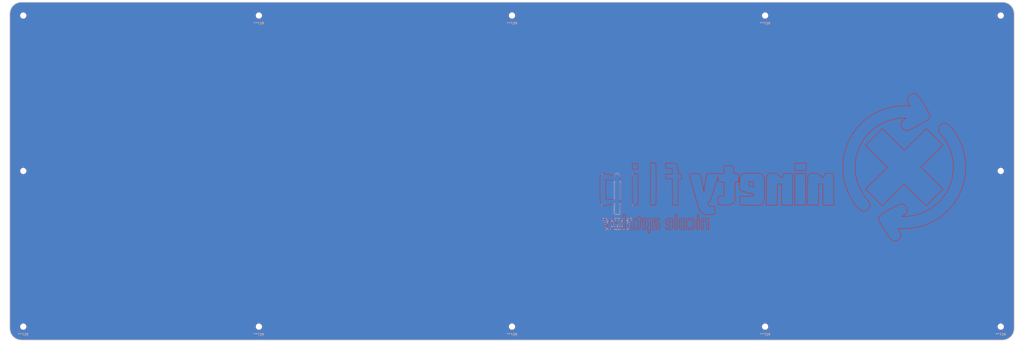
<source format=kicad_pcb>
(kicad_pcb (version 20171130) (host pcbnew "(5.1.4)-1")
  (layers (0 F.Cu signal) (31 B.Cu signal) (34 B.Paste user) (35 F.Paste user) (36 B.SilkS user) (37 F.SilkS user) (38 B.Mask user) (39 F.Mask user) (44 Edge.Cuts user))
  (net 0 "")
  (module MountingHole:MountingHole_2.2mm_M2 (layer F.Cu) (at 478.63125 181.76875)
    (fp_text reference REF** hide)
    (fp_text value MountingHole_2.2mm_M2)
    (pad 1 np_thru_hole circle (at 0 0) (size 2.2 2.2) (drill 2.2) (layers *.Cu *.Mask))
  )
  (module MountingHole:MountingHole_2.2mm_M2 (layer F.Cu) (at 478.64375 245.20625 90)
    (fp_text reference REF** hide)
    (fp_text value MountingHole_2.2mm_M2)
    (pad 1 np_thru_hole circle (at 0 0 90) (size 2.2 2.2) (drill 2.2) (layers *.Cu *.Mask))
  )
  (module MountingHole:MountingHole_2.2mm_M2 (layer F.Cu) (at 80.16875 181.76875)
    (fp_text reference REF** hide)
    (fp_text value MountingHole_2.2mm_M2)
    (pad 1 np_thru_hole circle (at 0 0) (size 2.2 2.2) (drill 2.2) (layers *.Cu *.Mask))
  )
  (module MountingHole:MountingHole_2.2mm_M2 (layer F.Cu) (at 80.18125 245.20625 90)
    (fp_text reference REF** hide)
    (fp_text value MountingHole_2.2mm_M2)
    (pad 1 np_thru_hole circle (at 0 0 90) (size 2.2 2.2) (drill 2.2) (layers *.Cu *.Mask))
  )
  (module logo:back_ninetyflip_large_cu (layer B.Cu) (at 388.14375 243.68125 180)
    (fp_text reference G*** hide)
    (fp_text value LOGO hide)
    (fp_poly (pts (xy 59.654225 -0.626056) (xy 57.399933 -0.73304) (xy 57.453839 0.304255) (xy 57.507746 1.34155) (xy 59.654225 1.34155)) (layer B.Cu) (width 0))
    (fp_poly (pts (xy -8.809508 1.570485) (xy -6.528874 1.520423) (xy -6.528874 -1.162676) (xy -8.809508 -1.212738) (xy -11.090141 -1.262801) (xy -11.090141 1.620548)) (layer B.Cu) (width 0))
    (fp_poly (pts (xy 59.564788 -15.383098) (xy 58.575372 -15.383098) (xy 57.918519 -15.341803) (xy 57.553795 -15.223896) (xy 57.499667 -15.158235) (xy 57.480448 -14.931211) (xy 57.465499 -14.389935) (xy 57.455093 -13.577878) (xy 57.449502 -12.538511) (xy 57.449002 -11.315306) (xy 57.453864 -9.951736) (xy 57.460562 -8.94239) (xy 57.507746 -2.951408) (xy 58.536267 -2.897763) (xy 59.564788 -2.844119)) (layer B.Cu) (width 0))
    (fp_poly (pts (xy 52.230985 -15.383098) (xy 51.276995 -15.383098) (xy 50.720318 -15.362362) (xy 50.321021 -15.309162) (xy 50.203755 -15.263849) (xy 50.179445 -15.065995) (xy 50.156798 -14.546336) (xy 50.136328 -13.740812) (xy 50.118547 -12.685364) (xy 50.103966 -11.415932) (xy 50.093097 -9.968456) (xy 50.086453 -8.378876) (xy 50.084507 -6.892582) (xy 50.086979 -4.819353) (xy 50.094776 -3.081492) (xy 50.108462 -1.65665) (xy 50.128604 -0.52248) (xy 50.15577 0.343365) (xy 50.190525 0.963233) (xy 50.233437 1.359472) (xy 50.285071 1.554429) (xy 50.299154 1.574085) (xy 50.596013 1.701672) (xy 51.101523 1.778557) (xy 51.372394 1.788733) (xy 52.230985 1.788733)) (layer B.Cu) (width 0))
    (fp_poly (pts (xy 44.370216 1.572318) (xy 46.059859 1.520423) (xy 46.059859 -0.26831) (xy 44.718309 -0.357746) (xy 43.37676 -0.447183) (xy 43.271328 -2.846635) (xy 44.665593 -2.899022) (xy 46.059859 -2.951408) (xy 46.059859 -4.561267) (xy 44.676241 -4.613462) (xy 43.292624 -4.665657) (xy 43.245255 -9.979659) (xy 43.197887 -15.293662) (xy 42.169366 -15.347306) (xy 41.140845 -15.400951) (xy 41.140845 -4.829577) (xy 40.559507 -4.826838) (xy 39.967434 -4.766106) (xy 39.653372 -4.544151) (xy 39.55304 -4.090697) (xy 39.5641 -3.73861) (xy 39.620422 -2.951408) (xy 40.380633 -2.896405) (xy 41.140845 -2.841402) (xy 41.140845 -1.322381) (xy 41.182505 -0.255431) (xy 41.337234 0.524971) (xy 41.649659 1.058825) (xy 42.164404 1.38613) (xy 42.926093 1.546888) (xy 43.979351 1.581098)) (layer B.Cu) (width 0))
    (fp_poly (pts (xy 3.387091 -2.558929) (xy 3.977611 -2.727174) (xy 4.093179 -2.795912) (xy 4.335121 -2.985575) (xy 4.53041 -3.206055) (xy 4.684005 -3.495463) (xy 4.800863 -3.891912) (xy 4.88594 -4.433515) (xy 4.944195 -5.158382) (xy 4.980586 -6.104628) (xy 5.000069 -7.310363) (xy 5.007603 -8.813701) (xy 5.00845 -9.832283) (xy 5.00845 -15.383098) (xy 0.715492 -15.383098) (xy 0.712753 -11.224296) (xy 0.705699 -10.030415) (xy 0.687407 -8.949822) (xy 0.659751 -8.036043) (xy 0.624603 -7.342608) (xy 0.583834 -6.923044) (xy 0.558945 -6.827182) (xy 0.336338 -6.684724) (xy -0.11316 -6.674911) (xy -0.422119 -6.713337) (xy -1.252113 -6.837803) (xy -1.252113 -15.383098) (xy -5.549647 -15.383098) (xy -5.502641 -9.077817) (xy -5.455634 -2.772535) (xy -3.845775 -2.637655) (xy -2.992725 -2.580671) (xy -2.42509 -2.60495) (xy -2.073322 -2.747224) (xy -1.86787 -3.044228) (xy -1.739186 -3.532696) (xy -1.696509 -3.772836) (xy -1.586624 -4.213765) (xy -1.457487 -4.455881) (xy -1.421488 -4.471831) (xy -1.201122 -4.363299) (xy -0.833748 -4.090621) (xy -0.676999 -3.958258) (xy 0.108571 -3.307098) (xy 0.749301 -2.879439) (xy 1.338952 -2.632228) (xy 1.971283 -2.522407) (xy 2.489386 -2.504225)) (layer B.Cu) (width 0))
    (fp_poly (pts (xy -6.61831 -15.383098) (xy -10.911268 -15.383098) (xy -10.911268 -2.683098) (xy -6.61831 -2.683098)) (layer B.Cu) (width 0))
    (fp_poly (pts (xy -13.426994 -2.558929) (xy -12.836474 -2.727174) (xy -12.720906 -2.795912) (xy -12.478964 -2.985575) (xy -12.283674 -3.206055) (xy -12.130079 -3.495463) (xy -12.013222 -3.891912) (xy -11.928144 -4.433515) (xy -11.869889 -5.158382) (xy -11.833499 -6.104628) (xy -11.814015 -7.310363) (xy -11.806482 -8.813701) (xy -11.805634 -9.832283) (xy -11.805634 -15.383098) (xy -16.098592 -15.383098) (xy -16.101331 -11.224296) (xy -16.108386 -10.030415) (xy -16.126677 -8.949822) (xy -16.154333 -8.036043) (xy -16.189482 -7.342608) (xy -16.23025 -6.923044) (xy -16.255139 -6.827182) (xy -16.477746 -6.684724) (xy -16.927244 -6.674911) (xy -17.236203 -6.713337) (xy -18.066198 -6.837803) (xy -18.066198 -15.383098) (xy -22.363732 -15.383098) (xy -22.316725 -9.077817) (xy -22.269719 -2.772535) (xy -20.65986 -2.637655) (xy -19.80681 -2.580671) (xy -19.239175 -2.60495) (xy -18.887406 -2.747224) (xy -18.681955 -3.044228) (xy -18.553271 -3.532696) (xy -18.510593 -3.772836) (xy -18.400708 -4.213765) (xy -18.271572 -4.455881) (xy -18.235572 -4.471831) (xy -18.015206 -4.363299) (xy -17.647833 -4.090621) (xy -17.491084 -3.958258) (xy -16.705514 -3.307098) (xy -16.064783 -2.879439) (xy -15.475132 -2.632228) (xy -14.842802 -2.522407) (xy -14.324699 -2.504225)) (layer B.Cu) (width 0))
    (fp_poly (pts (xy 12.120161 -2.515956) (xy 13.116577 -2.557679) (xy 13.866483 -2.643834) (xy 14.425285 -2.787913) (xy 14.848388 -3.003409) (xy 15.191199 -3.303812) (xy 15.45982 -3.634601) (xy 15.623155 -3.904235) (xy 15.735997 -4.238504) (xy 15.810465 -4.712123) (xy 15.858675 -5.399805) (xy 15.890348 -6.28909) (xy 15.911753 -7.385713) (xy 15.898325 -8.1847) (xy 15.839635 -8.745331) (xy 15.725253 -9.126883) (xy 15.54475 -9.388633) (xy 15.312409 -9.573883) (xy 15.037162 -9.679232) (xy 14.493993 -9.83383) (xy 13.766157 -10.018674) (xy 12.936907 -10.214762) (xy 12.089496 -10.40309) (xy 11.307179 -10.564658) (xy 10.67321 -10.680461) (xy 10.270843 -10.731498) (xy 10.236732 -10.732394) (xy 10.208521 -10.888077) (xy 10.224904 -11.267523) (xy 10.229159 -11.313732) (xy 10.285211 -11.89507) (xy 13.013028 -11.944447) (xy 15.740845 -11.993825) (xy 15.740845 -13.604639) (xy 15.721463 -14.471802) (xy 15.660534 -15.01456) (xy 15.553884 -15.264297) (xy 15.517253 -15.285391) (xy 15.208631 -15.327849) (xy 14.612624 -15.366048) (xy 13.799577 -15.398986) (xy 12.839838 -15.42566) (xy 11.803752 -15.445069) (xy 10.761665 -15.45621) (xy 9.783924 -15.458081) (xy 8.940876 -15.449681) (xy 8.302865 -15.430008) (xy 7.94024 -15.398058) (xy 7.919621 -15.393613) (xy 7.345771 -15.190521) (xy 6.876159 -14.94551) (xy 6.597387 -14.736673) (xy 6.377131 -14.488708) (xy 6.208609 -14.159502) (xy 6.08504 -13.706946) (xy 5.999646 -13.088928) (xy 5.945643 -12.263337) (xy 5.916253 -11.188062) (xy 5.904695 -9.820993) (xy 5.903485 -8.904689) (xy 5.904615 -8.089915) (xy 10.195774 -8.089915) (xy 11.045422 -7.965454) (xy 11.575983 -7.864755) (xy 11.9525 -7.751339) (xy 12.040045 -7.701789) (xy 12.114149 -7.455003) (xy 12.139646 -6.983831) (xy 12.129481 -6.687983) (xy 12.073943 -5.81338) (xy 11.134859 -5.759314) (xy 10.195774 -5.705248) (xy 10.195774 -8.089915) (xy 5.904615 -8.089915) (xy 5.905427 -7.504764) (xy 5.912959 -6.415917) (xy 5.929334 -5.591484) (xy 5.957809 -4.984805) (xy 6.001638 -4.549216) (xy 6.064076 -4.238057) (xy 6.148377 -4.004664) (xy 6.257797 -3.802376) (xy 6.259597 -3.799421) (xy 6.556237 -3.362594) (xy 6.876822 -3.035877) (xy 7.276621 -2.803591) (xy 7.810899 -2.650059) (xy 8.534927 -2.559599) (xy 9.50397 -2.516535) (xy 10.773299 -2.505187) (xy 10.82183 -2.505172)) (layer B.Cu) (width 0))
    (fp_poly (pts (xy -38.860808 12.296939) (xy -35.508277 8.944408) (xy -44.447317 0) (xy -39.977797 -4.472204) (xy -35.508277 -8.944407) (xy -38.860808 -12.296939) (xy -42.213339 -15.64947) (xy -51.157747 -6.71043) (xy -55.586175 -11.136201) (xy -56.61986 -12.166788) (xy -57.573025 -13.11234) (xy -58.416359 -13.944147) (xy -59.120551 -14.633496) (xy -59.656289 -15.151677) (xy -59.994262 -15.46998) (xy -60.104538 -15.561972) (xy -60.249887 -15.440584) (xy -60.613144 -15.09861) (xy -61.160158 -14.569332) (xy -61.856779 -13.886031) (xy -62.668856 -13.081992) (xy -63.500236 -12.252581) (xy -66.806 -8.94319) (xy -62.337089 -4.471595) (xy -57.868177 0) (xy -66.807217 8.944408) (xy -63.454686 12.296939) (xy -60.102155 15.649471) (xy -55.629951 11.17995) (xy -51.157747 6.71043) (xy -46.685543 11.17995) (xy -42.213339 15.649471)) (layer B.Cu) (width 0))
    (fp_poly (pts (xy -54.479156 29.922033) (xy -53.761238 29.625765) (xy -53.160711 29.124671) (xy -52.746819 28.44759) (xy -52.588808 27.623359) (xy -52.588733 27.60428) (xy -52.713778 26.890895) (xy -53.104268 26.047409) (xy -53.19993 25.884384) (xy -53.811127 24.869391) (xy -52.260845 24.97794) (xy -49.997315 24.990768) (xy -47.601229 24.73899) (xy -45.15642 24.242883) (xy -42.746717 23.522726) (xy -40.455952 22.598797) (xy -38.726057 21.703912) (xy -36.190779 20.037406) (xy -33.91311 18.126071) (xy -31.901974 15.982256) (xy -30.166299 13.618309) (xy -28.715011 11.046578) (xy -27.557036 8.27941) (xy -26.701299 5.329155) (xy -26.617024 4.952715) (xy -26.383928 3.509186) (xy -26.243863 1.833809) (xy -26.196783 0.040161) (xy -26.242642 -1.758182) (xy -26.381392 -3.44764) (xy -26.612987 -4.914638) (xy -26.621088 -4.952715) (xy -27.325579 -7.579568) (xy -28.279358 -10.106092) (xy -29.453571 -12.473561) (xy -30.819368 -14.62325) (xy -32.229751 -16.368482) (xy -33.058653 -17.181065) (xy -33.795966 -17.680468) (xy -34.489716 -17.882891) (xy -35.187928 -17.804532) (xy -35.763618 -17.560475) (xy -36.378986 -17.056042) (xy -36.808476 -16.359377) (xy -37.016272 -15.575026) (xy -36.966562 -14.807538) (xy -36.828374 -14.452271) (xy -36.625145 -14.148402) (xy -36.256607 -13.661865) (xy -35.79067 -13.081272) (xy -35.62098 -12.876816) (xy -34.076928 -10.761966) (xy -32.839239 -8.489904) (xy -31.91185 -6.094521) (xy -31.298698 -3.609713) (xy -31.003719 -1.069371) (xy -31.030853 1.49261) (xy -31.384035 4.042338) (xy -32.067203 6.545918) (xy -33.083391 8.967649) (xy -34.435789 11.286188) (xy -36.051351 13.37253) (xy -37.908669 15.211274) (xy -39.986332 16.787017) (xy -42.262931 18.084358) (xy -44.717055 19.087895) (xy -47.327296 19.782226) (xy -48.36876 19.963756) (xy -49.262258 20.076134) (xy -50.151409 20.152249) (xy -50.89408 20.181216) (xy -51.141295 20.176041) (xy -52.14155 20.12324) (xy -51.381355 19.687846) (xy -50.689471 19.129441) (xy -50.2007 18.407938) (xy -49.967127 17.620434) (xy -49.983385 17.081779) (xy -50.28547 16.315) (xy -50.830118 15.679838) (xy -51.531897 15.238154) (xy -52.305374 15.051809) (xy -52.743569 15.083151) (xy -53.035501 15.196987) (xy -53.581073 15.459425) (xy -54.324369 15.839747) (xy -55.209474 16.307231) (xy -56.180469 16.831157) (xy -57.18144 17.380806) (xy -58.156469 17.925457) (xy -59.04964 18.43439) (xy -59.805036 18.876885) (xy -60.366741 19.222222) (xy -60.678838 19.43968) (xy -60.688392 19.447979) (xy -61.142507 20.038764) (xy -61.413094 20.767464) (xy -61.443377 21.475563) (xy -61.433409 21.528037) (xy -61.308236 21.822998) (xy -61.020395 22.363076) (xy -60.603264 23.094139) (xy -60.090224 23.96206) (xy -59.514653 24.912708) (xy -58.909931 25.891953) (xy -58.309437 26.845666) (xy -57.746549 27.719718) (xy -57.254648 28.459979) (xy -56.867112 29.012318) (xy -56.644806 29.293502) (xy -55.990185 29.78474) (xy -55.245219 29.984637)) (layer B.Cu) (width 0))
    (fp_poly (pts (xy 71.458593 -2.739816) (xy 72.031725 -2.996953) (xy 72.278548 -3.205959) (xy 72.801408 -3.728819) (xy 72.801408 -9.031098) (xy 72.799069 -10.627735) (xy 72.789097 -11.906516) (xy 72.767065 -12.907319) (xy 72.728541 -13.670022) (xy 72.669096 -14.234501) (xy 72.584302 -14.640632) (xy 72.469727 -14.928294) (xy 72.320943 -15.137364) (xy 72.133519 -15.307718) (xy 72.101416 -15.332691) (xy 71.615263 -15.509035) (xy 70.838346 -15.532214) (xy 69.802337 -15.404039) (xy 68.553169 -15.129984) (xy 66.898591 -14.705168) (xy 66.898591 -19.139436) (xy 65.9446 -19.139436) (xy 65.387924 -19.1187) (xy 64.988626 -19.0655) (xy 64.871361 -19.020188) (xy 64.846582 -18.82196) (xy 64.823545 -18.302668) (xy 64.802793 -17.498992) (xy 64.784869 -16.447612) (xy 64.770316 -15.185208) (xy 64.759678 -13.748461) (xy 64.753497 -12.174051) (xy 64.752112 -10.966464) (xy 64.752112 -9.299225) (xy 66.898591 -9.299225) (xy 66.898591 -13.029272) (xy 68.105985 -13.146361) (xy 68.743705 -13.214954) (xy 69.243486 -13.28109) (xy 69.492253 -13.329245) (xy 69.797345 -13.367515) (xy 70.118309 -13.360549) (xy 70.565492 -13.326056) (xy 70.613448 -9.077817) (xy 70.627481 -7.739022) (xy 70.633473 -6.715634) (xy 70.628415 -5.965347) (xy 70.609302 -5.445858) (xy 70.573126 -5.114862) (xy 70.516882 -4.930054) (xy 70.437563 -4.84913) (xy 70.332161 -4.829785) (xy 70.31152 -4.829577) (xy 69.980055 -4.868671) (xy 69.413035 -4.970422) (xy 68.72217 -5.111534) (xy 68.019171 -5.268711) (xy 67.41575 -5.418657) (xy 67.211619 -5.476028) (xy 67.106585 -5.534174) (xy 67.027904 -5.668032) (xy 66.971831 -5.92338) (xy 66.934615 -6.345997) (xy 66.912509 -6.981661) (xy 66.901766 -7.87615) (xy 66.898636 -9.075241) (xy 66.898591 -9.299225) (xy 64.752112 -9.299225) (xy 64.752112 -3.03199) (xy 65.233507 -2.848964) (xy 65.87524 -2.702996) (xy 66.372856 -2.779138) (xy 66.65594 -3.061086) (xy 66.688874 -3.185938) (xy 66.816536 -3.542452) (xy 66.959652 -3.680764) (xy 67.214157 -3.659346) (xy 67.712058 -3.532427) (xy 68.36341 -3.324378) (xy 68.650223 -3.222643) (xy 69.814327 -2.852447) (xy 70.734955 -2.691577)) (layer B.Cu) (width 0))
    (fp_poly (pts (xy 22.180281 -2.683098) (xy 23.387676 -2.696901) (xy 24.059218 -2.700239) (xy 24.963696 -2.698805) (xy 25.976334 -2.693036) (xy 26.857621 -2.684724) (xy 27.911104 -2.688112) (xy 28.676159 -2.724383) (xy 29.126943 -2.791742) (xy 29.238558 -2.850296) (xy 29.316141 -3.102289) (xy 29.433701 -3.63827) (xy 29.579169 -4.388285) (xy 29.740479 -5.28238) (xy 29.905562 -6.250604) (xy 30.06235 -7.223002) (xy 30.198777 -8.129622) (xy 30.302774 -8.90051) (xy 30.342818 -9.251404) (xy 30.467104 -10.464084) (xy 31.060726 -7.512676) (xy 31.277377 -6.452928) (xy 31.489639 -5.445667) (xy 31.679584 -4.573793) (xy 31.829283 -3.920207) (xy 31.892437 -3.666901) (xy 32.130528 -2.772535) (xy 34.220897 -2.72214) (xy 35.122208 -2.706006) (xy 35.724024 -2.713575) (xy 36.084189 -2.751399) (xy 36.260544 -2.826024) (xy 36.31093 -2.943999) (xy 36.311267 -2.958807) (xy 36.262897 -3.238603) (xy 36.126401 -3.815705) (xy 35.9147 -4.644238) (xy 35.640715 -5.678329) (xy 35.317368 -6.872104) (xy 34.957579 -8.17969) (xy 34.574269 -9.555211) (xy 34.18036 -10.952795) (xy 33.788773 -12.326568) (xy 33.412429 -13.630656) (xy 33.064248 -14.819184) (xy 32.757153 -15.84628) (xy 32.504064 -16.666069) (xy 32.317902 -17.232678) (xy 32.21949 -17.485851) (xy 31.627032 -18.311731) (xy 30.813131 -18.883115) (xy 29.759842 -19.208646) (xy 28.458871 -19.297146) (xy 27.750865 -19.268362) (xy 27.10948 -19.215077) (xy 26.741549 -19.161235) (xy 26.204929 -19.046486) (xy 26.204929 -16.188028) (xy 27.307742 -16.135167) (xy 28.008482 -16.073804) (xy 28.445542 -15.929072) (xy 28.712523 -15.635796) (xy 28.903029 -15.1288) (xy 28.939353 -14.99909) (xy 29.036821 -14.569648) (xy 28.979307 -14.364833) (xy 28.717294 -14.267425) (xy 28.621944 -14.247699) (xy 28.417505 -14.185672) (xy 28.248269 -14.055389) (xy 28.086532 -13.801777) (xy 27.904593 -13.369766) (xy 27.674748 -12.704284) (xy 27.375444 -11.769735) (xy 27.044625 -10.726514) (xy 26.645812 -9.475823) (xy 26.221473 -8.150458) (xy 25.814072 -6.883217) (xy 25.67089 -6.439436) (xy 24.717472 -3.488028) (xy 24.700989 -4.6116) (xy 24.685361 -5.20611) (xy 24.612085 -5.573726) (xy 24.409446 -5.780797) (xy 24.005727 -5.893676) (xy 23.329212 -5.978714) (xy 23.208802 -5.992157) (xy 22.180281 -6.107432) (xy 22.180281 -8.831321) (xy 22.192747 -10.052917) (xy 22.231068 -10.936529) (xy 22.296624 -11.501085) (xy 22.3908 -11.765509) (xy 22.394929 -11.769859) (xy 22.681676 -11.887084) (xy 23.197188 -11.965048) (xy 23.647042 -11.984507) (xy 24.684507 -11.984507) (xy 24.684507 -13.498636) (xy 24.67433 -14.254868) (xy 24.63312 -14.732345) (xy 24.544857 -15.009746) (xy 24.393523 -15.165747) (xy 24.338519 -15.197932) (xy 24.024198 -15.273388) (xy 23.44175 -15.334021) (xy 22.680712 -15.372716) (xy 22.007422 -15.383098) (xy 20.875855 -15.358022) (xy 20.026323 -15.269544) (xy 19.385772 -15.097794) (xy 18.881148 -14.8229) (xy 18.439399 -14.42499) (xy 18.423943 -14.408335) (xy 18.27792 -14.241985) (xy 18.167044 -14.06826) (xy 18.085667 -13.837554) (xy 18.028143 -13.500264) (xy 17.988823 -13.006786) (xy 17.96206 -12.307516) (xy 17.942206 -11.352849) (xy 17.923613 -10.093182) (xy 17.92236 -10.002888) (xy 17.86796 -6.08169) (xy 16.456338 -6.08169) (xy 16.456338 -2.683098) (xy 18.195988 -2.683098) (xy 18.417725 -1.296831) (xy 18.545703 -0.608475) (xy 18.682869 -0.04661) (xy 18.803091 0.284675) (xy 18.821915 0.313028) (xy 19.126007 0.442555) (xy 19.779423 0.517017) (xy 20.592324 0.53662) (xy 22.180281 0.53662)) (layer B.Cu) (width 0))
    (fp_poly (pts (xy 33.211628 -19.623665) (xy 33.270422 -19.854929) (xy 33.14394 -20.153881) (xy 32.912676 -20.212676) (xy 32.613723 -20.086193) (xy 32.554929 -19.854929) (xy 32.681412 -19.555977) (xy 32.912676 -19.497183)) (layer B.Cu) (width 0))
    (fp_poly (pts (xy 71.840946 -21.055331) (xy 71.907042 -21.285915) (xy 71.828584 -21.57652) (xy 71.719589 -21.643662) (xy 71.487243 -21.766984) (xy 71.158283 -22.070299) (xy 71.099185 -22.135563) (xy 70.873386 -22.438053) (xy 70.741514 -22.777559) (xy 70.678851 -23.259924) (xy 70.660681 -23.990992) (xy 70.660582 -24.013732) (xy 70.649919 -24.712976) (xy 70.612014 -25.12771) (xy 70.5274 -25.331082) (xy 70.376612 -25.396246) (xy 70.291677 -25.4) (xy 70.139793 -25.381937) (xy 70.039483 -25.288424) (xy 69.982263 -25.060476) (xy 69.959649 -24.639106) (xy 69.963159 -23.965328) (xy 69.978649 -23.223417) (xy 70.015602 -22.200115) (xy 70.073699 -21.503649) (xy 70.156653 -21.103534) (xy 70.252687 -20.972521) (xy 70.475319 -21.059649) (xy 70.628472 -21.309026) (xy 70.780444 -21.719844) (xy 70.99229 -21.324007) (xy 71.271166 -21.020959) (xy 71.593298 -20.929767)) (layer B.Cu) (width 0))
    (fp_poly (pts (xy 68.051073 -20.966134) (xy 68.524866 -21.072605) (xy 68.654799 -21.157289) (xy 68.735321 -21.421866) (xy 68.80558 -21.959977) (xy 68.85695 -22.687413) (xy 68.878507 -23.340842) (xy 68.87959 -24.305389) (xy 68.836251 -24.948148) (xy 68.737172 -25.303541) (xy 68.571032 -25.405993) (xy 68.32651 -25.289926) (xy 68.255884 -25.234192) (xy 67.907894 -25.125624) (xy 67.53476 -25.217282) (xy 66.83868 -25.388333) (xy 66.348255 -25.286779) (xy 66.218873 -25.185352) (xy 66.095513 -24.89263) (xy 66.017899 -24.382718) (xy 66.005361 -24.072663) (xy 66.719718 -24.072663) (xy 66.739174 -24.493523) (xy 66.863214 -24.644054) (xy 67.190348 -24.611624) (xy 67.301056 -24.588248) (xy 67.739773 -24.480187) (xy 68.009575 -24.388469) (xy 68.016549 -24.384605) (xy 68.119849 -24.164979) (xy 68.150704 -23.869021) (xy 68.109903 -23.587425) (xy 67.920735 -23.462287) (xy 67.483048 -23.43249) (xy 67.435211 -23.432394) (xy 66.97715 -23.451045) (xy 66.773593 -23.568554) (xy 66.721356 -23.877256) (xy 66.719718 -24.072663) (xy 66.005361 -24.072663) (xy 66.004225 -24.044578) (xy 66.059378 -23.336367) (xy 66.260144 -22.924375) (xy 66.659483 -22.759282) (xy 67.310357 -22.791767) (xy 67.344149 -22.796744) (xy 68.150704 -22.917695) (xy 68.150704 -21.643662) (xy 67.166901 -21.643662) (xy 66.598363 -21.628134) (xy 66.302187 -21.560997) (xy 66.193591 -21.411423) (xy 66.183098 -21.285915) (xy 66.220003 -21.09085) (xy 66.383856 -20.982881) (xy 66.754363 -20.937013) (xy 67.323872 -20.928169)) (layer B.Cu) (width 0))
    (fp_poly (pts (xy 63.128229 -19.343506) (xy 63.232886 -19.462892) (xy 63.290893 -19.742165) (xy 63.315792 -20.247019) (xy 63.321126 -21.043152) (xy 63.321126 -22.789279) (xy 63.991901 -21.863993) (xy 64.494806 -21.257576) (xy 64.901387 -20.96693) (xy 65.06514 -20.933438) (xy 65.379561 -20.965987) (xy 65.467605 -21.02528) (xy 65.367653 -21.206131) (xy 65.105186 -21.588571) (xy 64.736288 -22.091) (xy 64.723526 -22.107917) (xy 63.979448 -23.093442) (xy 64.723526 -24.148545) (xy 65.087598 -24.677436) (xy 65.352762 -25.086739) (xy 65.466569 -25.29516) (xy 65.467605 -25.301823) (xy 65.315591 -25.377632) (xy 65.06514 -25.397613) (xy 64.753486 -25.287312) (xy 64.393141 -24.930337) (xy 63.993922 -24.369092) (xy 63.325169 -23.342957) (xy 63.323148 -24.371479) (xy 63.307725 -24.955699) (xy 63.24499 -25.265882) (xy 63.105824 -25.385273) (xy 62.96338 -25.4) (xy 62.833036 -25.384061) (xy 62.738901 -25.302939) (xy 62.675099 -25.106671) (xy 62.63575 -24.745296) (xy 62.614977 -24.168853) (xy 62.606903 -23.327381) (xy 62.605633 -22.359155) (xy 62.607508 -21.251231) (xy 62.617052 -20.451088) (xy 62.640143 -19.908765) (xy 62.682657 -19.5743) (xy 62.750474 -19.397732) (xy 62.849471 -19.3291) (xy 62.96338 -19.31831)) (layer B.Cu) (width 0))
    (fp_poly (pts (xy 60.702246 -20.944871) (xy 61.22109 -21.030212) (xy 61.52086 -21.182581) (xy 61.637949 -21.510168) (xy 61.684187 -22.042509) (xy 61.676917 -22.299818) (xy 61.62183 -23.162642) (xy 60.682746 -23.412831) (xy 60.137721 -23.576184) (xy 59.857102 -23.736532) (xy 59.754995 -23.963476) (xy 59.743661 -24.173764) (xy 59.762319 -24.465808) (xy 59.876955 -24.617823) (xy 60.175569 -24.675494) (xy 60.727464 -24.684507) (xy 61.296002 -24.700035) (xy 61.592178 -24.767171) (xy 61.700774 -24.916746) (xy 61.711267 -25.042253) (xy 61.673924 -25.238262) (xy 61.508475 -25.346242) (xy 61.13479 -25.39163) (xy 60.584366 -25.4) (xy 59.936824 -25.366904) (xy 59.445418 -25.279645) (xy 59.242816 -25.185352) (xy 59.129293 -24.87845) (xy 59.056972 -24.240901) (xy 59.028511 -23.297719) (xy 59.028169 -23.164084) (xy 59.049169 -22.269718) (xy 59.743661 -22.269718) (xy 59.78544 -22.698156) (xy 59.964537 -22.87223) (xy 60.361598 -22.840661) (xy 60.593309 -22.783033) (xy 60.903671 -22.589794) (xy 60.995691 -22.178104) (xy 60.995774 -22.159419) (xy 60.958655 -21.812555) (xy 60.775307 -21.670304) (xy 60.369718 -21.643662) (xy 59.950115 -21.671352) (xy 59.778033 -21.827576) (xy 59.743739 -22.222066) (xy 59.743661 -22.269718) (xy 59.049169 -22.269718) (xy 59.051144 -22.185622) (xy 59.1183 -21.509766) (xy 59.22698 -21.161532) (xy 59.242816 -21.142817) (xy 59.574171 -20.998748) (xy 60.106961 -20.933574)) (layer B.Cu) (width 0))
    (fp_poly (pts (xy 57.166142 -20.174797) (xy 57.239436 -20.46787) (xy 57.294694 -20.796216) (xy 57.533528 -20.916569) (xy 57.776056 -20.928169) (xy 58.198971 -21.006023) (xy 58.312676 -21.20095) (xy 58.151788 -21.434745) (xy 57.776056 -21.581056) (xy 57.239436 -21.68838) (xy 57.239436 -24.684507) (xy 57.776056 -24.684507) (xy 58.168845 -24.740726) (xy 58.30714 -24.949905) (xy 58.312676 -25.042253) (xy 58.249057 -25.28103) (xy 57.995178 -25.383151) (xy 57.632957 -25.4) (xy 57.132141 -25.346603) (xy 56.774945 -25.215137) (xy 56.738591 -25.185352) (xy 56.623727 -24.880052) (xy 56.55062 -24.259643) (xy 56.523976 -23.364841) (xy 56.523943 -23.328045) (xy 56.517096 -22.548395) (xy 56.486744 -22.054962) (xy 56.418171 -21.776322) (xy 56.296659 -21.641055) (xy 56.166197 -21.591833) (xy 55.880563 -21.405386) (xy 55.822161 -21.146992) (xy 55.993594 -20.955532) (xy 56.153756 -20.928169) (xy 56.464123 -20.777239) (xy 56.556221 -20.527531) (xy 56.707766 -20.174622) (xy 56.950584 -20.053594)) (layer B.Cu) (width 0))
    (fp_poly (pts (xy 50.521496 -20.966134) (xy 50.995289 -21.072605) (xy 51.125221 -21.157289) (xy 51.205743 -21.421866) (xy 51.276003 -21.959977) (xy 51.327372 -22.687413) (xy 51.34893 -23.340842) (xy 51.350012 -24.305389) (xy 51.306674 -24.948148) (xy 51.207595 -25.303541) (xy 51.041454 -25.405993) (xy 50.796933 -25.289926) (xy 50.726306 -25.234192) (xy 50.378317 -25.125624) (xy 50.005183 -25.217282) (xy 49.309103 -25.388333) (xy 48.818677 -25.286779) (xy 48.689295 -25.185352) (xy 48.565936 -24.89263) (xy 48.488321 -24.382718) (xy 48.475783 -24.072663) (xy 49.19014 -24.072663) (xy 49.209596 -24.493523) (xy 49.333637 -24.644054) (xy 49.66077 -24.611624) (xy 49.771478 -24.588248) (xy 50.210196 -24.480187) (xy 50.479998 -24.388469) (xy 50.486971 -24.384605) (xy 50.590271 -24.164979) (xy 50.621126 -23.869021) (xy 50.580326 -23.587425) (xy 50.391157 -23.462287) (xy 49.953471 -23.43249) (xy 49.905633 -23.432394) (xy 49.447572 -23.451045) (xy 49.244015 -23.568554) (xy 49.191778 -23.877256) (xy 49.19014 -24.072663) (xy 48.475783 -24.072663) (xy 48.474647 -24.044578) (xy 48.5298 -23.336367) (xy 48.730566 -22.924375) (xy 49.129906 -22.759282) (xy 49.78078 -22.791767) (xy 49.814572 -22.796744) (xy 50.621126 -22.917695) (xy 50.621126 -21.643662) (xy 49.637323 -21.643662) (xy 49.068786 -21.628134) (xy 48.772609 -21.560997) (xy 48.664013 -21.411423) (xy 48.653521 -21.285915) (xy 48.690426 -21.09085) (xy 48.854278 -20.982881) (xy 49.224785 -20.937013) (xy 49.794295 -20.928169)) (layer B.Cu) (width 0))
    (fp_poly (pts (xy 44.961401 -20.944871) (xy 45.480245 -21.030212) (xy 45.780015 -21.182581) (xy 45.897103 -21.510168) (xy 45.943342 -22.042509) (xy 45.936072 -22.299818) (xy 45.880985 -23.162642) (xy 44.941901 -23.412831) (xy 44.396875 -23.576184) (xy 44.116257 -23.736532) (xy 44.01415 -23.963476) (xy 44.002816 -24.173764) (xy 44.021474 -24.465808) (xy 44.13611 -24.617823) (xy 44.434724 -24.675494) (xy 44.986619 -24.684507) (xy 45.555157 -24.700035) (xy 45.851333 -24.767171) (xy 45.959929 -24.916746) (xy 45.970422 -25.042253) (xy 45.933079 -25.238262) (xy 45.76763 -25.346242) (xy 45.393945 -25.39163) (xy 44.843521 -25.4) (xy 44.195979 -25.366904) (xy 43.704573 -25.279645) (xy 43.501971 -25.185352) (xy 43.388448 -24.87845) (xy 43.316127 -24.240901) (xy 43.287665 -23.297719) (xy 43.287323 -23.164084) (xy 43.308324 -22.269718) (xy 44.002816 -22.269718) (xy 44.044595 -22.698156) (xy 44.223692 -22.87223) (xy 44.620753 -22.840661) (xy 44.852464 -22.783033) (xy 45.162826 -22.589794) (xy 45.254846 -22.178104) (xy 45.254929 -22.159419) (xy 45.21781 -21.812555) (xy 45.034462 -21.670304) (xy 44.628873 -21.643662) (xy 44.20927 -21.671352) (xy 44.037188 -21.827576) (xy 44.002894 -22.222066) (xy 44.002816 -22.269718) (xy 43.308324 -22.269718) (xy 43.310299 -22.185622) (xy 43.377455 -21.509766) (xy 43.486135 -21.161532) (xy 43.501971 -21.142817) (xy 43.833326 -20.998748) (xy 44.366116 -20.933574)) (layer B.Cu) (width 0))
    (fp_poly (pts (xy 41.986681 -19.334248) (xy 42.080816 -19.415371) (xy 42.144619 -19.611639) (xy 42.183968 -19.973014) (xy 42.20474 -20.549456) (xy 42.212815 -21.390928) (xy 42.214084 -22.359155) (xy 42.212209 -23.467078) (xy 42.202665 -24.267221) (xy 42.179575 -24.809545) (xy 42.13706 -25.14401) (xy 42.069243 -25.320577) (xy 41.970247 -25.389209) (xy 41.856338 -25.4) (xy 41.725994 -25.384061) (xy 41.631859 -25.302939) (xy 41.568056 -25.106671) (xy 41.528708 -24.745296) (xy 41.507935 -24.168853) (xy 41.499861 -23.327381) (xy 41.498591 -22.359155) (xy 41.500466 -21.251231) (xy 41.51001 -20.451088) (xy 41.5331 -19.908765) (xy 41.575615 -19.5743) (xy 41.643432 -19.397732) (xy 41.742429 -19.3291) (xy 41.856338 -19.31831)) (layer B.Cu) (width 0))
    (fp_poly (pts (xy 39.586456 -20.964484) (xy 40.043603 -21.057903) (xy 40.210704 -21.142817) (xy 40.324227 -21.449718) (xy 40.396548 -22.087268) (xy 40.42501 -23.03045) (xy 40.425352 -23.164084) (xy 40.402376 -24.142546) (xy 40.33522 -24.818402) (xy 40.22654 -25.166637) (xy 40.210704 -25.185352) (xy 39.896665 -25.314956) (xy 39.365397 -25.383044) (xy 38.752091 -25.389616) (xy 38.191936 -25.334673) (xy 37.820121 -25.218214) (xy 37.778028 -25.185352) (xy 37.664505 -24.87845) (xy 37.592184 -24.240901) (xy 37.563722 -23.297719) (xy 37.56338 -23.164084) (xy 37.586355 -22.185622) (xy 37.640206 -21.643662) (xy 38.278873 -21.643662) (xy 38.278873 -24.684507) (xy 39.709859 -24.684507) (xy 39.709859 -21.643662) (xy 38.278873 -21.643662) (xy 37.640206 -21.643662) (xy 37.653511 -21.509766) (xy 37.762191 -21.161532) (xy 37.778028 -21.142817) (xy 38.066592 -21.023722) (xy 38.580491 -20.94578) (xy 38.994366 -20.928169)) (layer B.Cu) (width 0))
    (fp_poly (pts (xy 36.413615 -20.942304) (xy 36.721472 -21.000491) (xy 36.82205 -21.126398) (xy 36.814675 -21.241197) (xy 36.674698 -21.451393) (xy 36.30534 -21.568257) (xy 35.907193 -21.608744) (xy 35.059154 -21.663263) (xy 35.059154 -24.664905) (xy 35.907193 -24.719424) (xy 36.466104 -24.792291) (xy 36.746128 -24.938439) (xy 36.814675 -25.086972) (xy 36.800772 -25.263589) (xy 36.623531 -25.35861) (xy 36.208007 -25.395702) (xy 35.823538 -25.4) (xy 35.217395 -25.36532) (xy 34.746389 -25.275648) (xy 34.558309 -25.185352) (xy 34.444786 -24.87845) (xy 34.372465 -24.240901) (xy 34.344003 -23.297719) (xy 34.343661 -23.164084) (xy 34.366637 -22.185622) (xy 34.433793 -21.509766) (xy 34.542473 -21.161532) (xy 34.558309 -21.142817) (xy 34.844802 -21.026059) (xy 35.361609 -20.948147) (xy 35.823538 -20.928169)) (layer B.Cu) (width 0))
    (fp_poly (pts (xy 33.061141 -20.948533) (xy 33.161668 -21.04837) (xy 33.223555 -21.285793) (xy 33.2561 -21.718919) (xy 33.268603 -22.405863) (xy 33.270422 -23.164084) (xy 33.267164 -24.091993) (xy 33.25119 -24.720286) (xy 33.213202 -25.10708) (xy 33.143902 -25.310489) (xy 33.033991 -25.388628) (xy 32.912676 -25.4) (xy 32.76421 -25.379635) (xy 32.663683 -25.279799) (xy 32.601796 -25.042375) (xy 32.569251 -24.609249) (xy 32.556749 -23.922306) (xy 32.554929 -23.164084) (xy 32.558187 -22.236176) (xy 32.574161 -21.607882) (xy 32.612149 -21.221088) (xy 32.681449 -21.01768) (xy 32.79136 -20.939541) (xy 32.912676 -20.928169)) (layer B.Cu) (width 0))
    (fp_poly (pts (xy 29.275599 -21.003567) (xy 29.365023 -21.095377) (xy 29.565579 -21.16362) (xy 30.017743 -21.100724) (xy 30.157476 -21.065732) (xy 30.676994 -20.942392) (xy 31.039231 -20.929878) (xy 31.272482 -21.074814) (xy 31.405038 -21.423825) (xy 31.465195 -22.023536) (xy 31.481245 -22.920572) (xy 31.48169 -23.247907) (xy 31.478196 -24.155378) (xy 31.461155 -24.764331) (xy 31.420723 -25.133973) (xy 31.347059 -25.323513) (xy 31.23032 -25.39216) (xy 31.123943 -25.4) (xy 30.964467 -25.376487) (xy 30.860987 -25.263818) (xy 30.80149 -24.998801) (xy 30.77396 -24.518241) (xy 30.766382 -23.758944) (xy 30.766197 -23.518423) (xy 30.766197 -21.636846) (xy 30.274295 -21.74463) (xy 29.829277 -21.848911) (xy 29.558802 -21.921298) (xy 29.442824 -22.090514) (xy 29.370673 -22.53476) (xy 29.338106 -23.287679) (xy 29.335211 -23.69509) (xy 29.329842 -24.48643) (xy 29.304467 -24.986332) (xy 29.245182 -25.261053) (xy 29.138085 -25.376849) (xy 28.977464 -25.4) (xy 28.828999 -25.379635) (xy 28.728472 -25.279799) (xy 28.666585 -25.042375) (xy 28.63404 -24.609249) (xy 28.621537 -23.922306) (xy 28.619718 -23.164084) (xy 28.62335 -22.235053) (xy 28.640163 -21.605842) (xy 28.679037 -21.218552) (xy 28.74885 -21.015283) (xy 28.858478 -20.938136) (xy 28.962558 -20.928169)) (layer B.Cu) (width 0))
    (fp_poly (pts (xy 53.06574 -21.003567) (xy 53.155164 -21.095377) (xy 53.35572 -21.16362) (xy 53.807884 -21.100724) (xy 53.947617 -21.065732) (xy 54.47789 -20.940244) (xy 54.844812 -20.928609) (xy 55.076366 -21.077409) (xy 55.200529 -21.433225) (xy 55.245282 -22.04264) (xy 55.238605 -22.952234) (xy 55.232818 -23.205378) (xy 55.182394 -25.310563) (xy 54.153873 -25.264217) (xy 53.125352 -25.21787) (xy 53.125352 -26.024428) (xy 53.102043 -26.528066) (xy 53.005213 -26.76648) (xy 52.794508 -26.830648) (xy 52.767605 -26.830986) (xy 52.635584 -26.814673) (xy 52.54078 -26.731931) (xy 52.477047 -26.532058) (xy 52.438238 -26.164349) (xy 52.418209 -25.578101) (xy 52.410812 -24.72261) (xy 52.409859 -23.879577) (xy 52.411159 -23.252196) (xy 53.125352 -23.252196) (xy 53.128651 -23.908599) (xy 53.187468 -24.293122) (xy 53.375185 -24.491187) (xy 53.76518 -24.588214) (xy 54.332746 -24.657706) (xy 54.449238 -24.562307) (xy 54.520531 -24.2143) (xy 54.552845 -23.571729) (xy 54.556338 -23.149872) (xy 54.556338 -21.615237) (xy 53.975 -21.739921) (xy 53.541597 -21.844848) (xy 53.288265 -21.985556) (xy 53.166652 -22.248103) (xy 53.128408 -22.718546) (xy 53.125352 -23.252196) (xy 52.411159 -23.252196) (xy 52.412119 -22.789421) (xy 52.422816 -22.006435) (xy 52.447823 -21.480052) (xy 52.493015 -21.159706) (xy 52.564265 -20.994828) (xy 52.667448 -20.934853) (xy 52.752699 -20.928169)) (layer B.Cu) (width 0))
    (fp_poly (pts (xy -66.770362 17.728573) (xy -66.047824 17.282625) (xy -65.544241 16.594937) (xy -65.303283 15.710968) (xy -65.288733 15.410384) (xy -65.308466 14.935859) (xy -65.400328 14.558005) (xy -65.613317 14.172624) (xy -65.996427 13.675517) (xy -66.243009 13.380954) (xy -67.398827 11.910596) (xy -68.403991 10.424943) (xy -69.136311 9.128872) (xy -70.176854 6.669355) (xy -70.878453 4.141648) (xy -71.245462 1.576537) (xy -71.282231 -0.995189) (xy -70.993113 -3.542745) (xy -70.382458 -6.035344) (xy -69.45462 -8.442196) (xy -68.21395 -10.732517) (xy -66.664799 -12.875518) (xy -65.902854 -13.746265) (xy -64.082692 -15.458649) (xy -62.023394 -16.944751) (xy -59.7777 -18.181432) (xy -57.398351 -19.14555) (xy -54.938086 -19.813965) (xy -52.449646 -20.163537) (xy -51.167445 -20.211621) (xy -50.014468 -20.212676) (xy -50.844551 -19.686253) (xy -51.641405 -19.017809) (xy -52.10431 -18.246089) (xy -52.226278 -17.392211) (xy -52.000321 -16.477295) (xy -51.946047 -16.357122) (xy -51.506823 -15.79021) (xy -50.855056 -15.354839) (xy -50.119968 -15.116423) (xy -49.505648 -15.121731) (xy -49.180402 -15.245424) (xy -48.604298 -15.517537) (xy -47.835551 -15.906332) (xy -46.932377 -16.380069) (xy -45.952988 -16.90701) (xy -44.9556 -17.455416) (xy -43.998427 -17.993549) (xy -43.139684 -18.48967) (xy -42.437586 -18.91204) (xy -41.950346 -19.22892) (xy -41.882077 -19.278123) (xy -41.301201 -19.878268) (xy -40.934701 -20.607413) (xy -40.834868 -21.350301) (xy -40.859265 -21.532592) (xy -40.98554 -21.840203) (xy -41.274851 -22.391572) (xy -41.693373 -23.131744) (xy -42.207283 -24.005764) (xy -42.782759 -24.958677) (xy -43.385976 -25.93553) (xy -43.983112 -26.881366) (xy -44.540342 -27.741231) (xy -45.023844 -28.46017) (xy -45.399794 -28.983229) (xy -45.579727 -29.202188) (xy -46.078139 -29.594196) (xy -46.652239 -29.865193) (xy -46.675748 -29.871965) (xy -47.114141 -29.989848) (xy -47.388722 -30.020011) (xy -47.682682 -29.96174) (xy -48.001967 -29.866785) (xy -48.783729 -29.455111) (xy -49.353456 -28.759344) (xy -49.483139 -28.491308) (xy -49.671222 -27.938011) (xy -49.71017 -27.433023) (xy -49.581485 -26.890743) (xy -49.26667 -26.225572) (xy -48.835471 -25.494034) (xy -48.501214 -24.952817) (xy -51.305185 -24.933945) (xy -54.268346 -24.764462) (xy -57.064556 -24.289721) (xy -59.730608 -23.498521) (xy -62.303298 -22.379662) (xy -64.819418 -20.921946) (xy -65.104886 -20.733363) (xy -67.43207 -18.971393) (xy -69.492851 -16.993008) (xy -71.283128 -14.82506) (xy -72.798802 -12.4944) (xy -74.035774 -10.027879) (xy -74.989946 -7.45235) (xy -75.657216 -4.794662) (xy -76.033488 -2.081669) (xy -76.114661 0.659779) (xy -75.896636 3.40283) (xy -75.375314 6.120633) (xy -74.546596 8.786336) (xy -73.406383 11.373087) (xy -71.950575 13.854036) (xy -70.65493 15.621951) (xy -69.83667 16.58164) (xy -69.140715 17.254502) (xy -68.525771 17.671856) (xy -67.950544 17.865021) (xy -67.668186 17.887324)) (layer B.Cu) (width 0))
  )
  (module logo:back_ninetyflip_large_mask (layer F.Cu) (at 256.38125 243.68125)
    (fp_text reference G*** hide)
    (fp_text value LOGO hide)
  )
  (module logo:back_ninetyflip_large_mask (layer B.Cu) (at 388.14375 243.68125 180)
    (fp_text reference G*** hide)
    (fp_text value LOGO hide)
  )
  (module logo:back_ninetyflip_large_cu (layer F.Cu) (at 256.38125 243.68125)
    (fp_text reference G*** hide)
    (fp_text value LOGO hide)
    (fp_poly (pts (xy -66.770362 -17.728573) (xy -66.047824 -17.282625) (xy -65.544241 -16.594937) (xy -65.303283 -15.710968) (xy -65.288733 -15.410384) (xy -65.308466 -14.935859) (xy -65.400328 -14.558005) (xy -65.613317 -14.172624) (xy -65.996427 -13.675517) (xy -66.243009 -13.380954) (xy -67.398827 -11.910596) (xy -68.403991 -10.424943) (xy -69.136311 -9.128872) (xy -70.176854 -6.669355) (xy -70.878453 -4.141648) (xy -71.245462 -1.576537) (xy -71.282231 0.995189) (xy -70.993113 3.542745) (xy -70.382458 6.035344) (xy -69.45462 8.442196) (xy -68.21395 10.732517) (xy -66.664799 12.875518) (xy -65.902854 13.746265) (xy -64.082692 15.458649) (xy -62.023394 16.944751) (xy -59.7777 18.181432) (xy -57.398351 19.14555) (xy -54.938086 19.813965) (xy -52.449646 20.163537) (xy -51.167445 20.211621) (xy -50.014468 20.212676) (xy -50.844551 19.686253) (xy -51.641405 19.017809) (xy -52.10431 18.246089) (xy -52.226278 17.392211) (xy -52.000321 16.477295) (xy -51.946047 16.357122) (xy -51.506823 15.79021) (xy -50.855056 15.354839) (xy -50.119968 15.116423) (xy -49.505648 15.121731) (xy -49.180402 15.245424) (xy -48.604298 15.517537) (xy -47.835551 15.906332) (xy -46.932377 16.380069) (xy -45.952988 16.90701) (xy -44.9556 17.455416) (xy -43.998427 17.993549) (xy -43.139684 18.48967) (xy -42.437586 18.91204) (xy -41.950346 19.22892) (xy -41.882077 19.278123) (xy -41.301201 19.878268) (xy -40.934701 20.607413) (xy -40.834868 21.350301) (xy -40.859265 21.532592) (xy -40.98554 21.840203) (xy -41.274851 22.391572) (xy -41.693373 23.131744) (xy -42.207283 24.005764) (xy -42.782759 24.958677) (xy -43.385976 25.93553) (xy -43.983112 26.881366) (xy -44.540342 27.741231) (xy -45.023844 28.46017) (xy -45.399794 28.983229) (xy -45.579727 29.202188) (xy -46.078139 29.594196) (xy -46.652239 29.865193) (xy -46.675748 29.871965) (xy -47.114141 29.989848) (xy -47.388722 30.020011) (xy -47.682682 29.96174) (xy -48.001967 29.866785) (xy -48.783729 29.455111) (xy -49.353456 28.759344) (xy -49.483139 28.491308) (xy -49.671222 27.938011) (xy -49.71017 27.433023) (xy -49.581485 26.890743) (xy -49.26667 26.225572) (xy -48.835471 25.494034) (xy -48.501214 24.952817) (xy -51.305185 24.933945) (xy -54.268346 24.764462) (xy -57.064556 24.289721) (xy -59.730608 23.498521) (xy -62.303298 22.379662) (xy -64.819418 20.921946) (xy -65.104886 20.733363) (xy -67.43207 18.971393) (xy -69.492851 16.993008) (xy -71.283128 14.82506) (xy -72.798802 12.4944) (xy -74.035774 10.027879) (xy -74.989946 7.45235) (xy -75.657216 4.794662) (xy -76.033488 2.081669) (xy -76.114661 -0.659779) (xy -75.896636 -3.40283) (xy -75.375314 -6.120633) (xy -74.546596 -8.786336) (xy -73.406383 -11.373087) (xy -71.950575 -13.854036) (xy -70.65493 -15.621951) (xy -69.83667 -16.58164) (xy -69.140715 -17.254502) (xy -68.525771 -17.671856) (xy -67.950544 -17.865021) (xy -67.668186 -17.887324)) (layer F.Cu) (width 0))
    (fp_poly (pts (xy 53.06574 21.003567) (xy 53.155164 21.095377) (xy 53.35572 21.16362) (xy 53.807884 21.100724) (xy 53.947617 21.065732) (xy 54.47789 20.940244) (xy 54.844812 20.928609) (xy 55.076366 21.077409) (xy 55.200529 21.433225) (xy 55.245282 22.04264) (xy 55.238605 22.952234) (xy 55.232818 23.205378) (xy 55.182394 25.310563) (xy 54.153873 25.264217) (xy 53.125352 25.21787) (xy 53.125352 26.024428) (xy 53.102043 26.528066) (xy 53.005213 26.76648) (xy 52.794508 26.830648) (xy 52.767605 26.830986) (xy 52.635584 26.814673) (xy 52.54078 26.731931) (xy 52.477047 26.532058) (xy 52.438238 26.164349) (xy 52.418209 25.578101) (xy 52.410812 24.72261) (xy 52.409859 23.879577) (xy 52.411159 23.252196) (xy 53.125352 23.252196) (xy 53.128651 23.908599) (xy 53.187468 24.293122) (xy 53.375185 24.491187) (xy 53.76518 24.588214) (xy 54.332746 24.657706) (xy 54.449238 24.562307) (xy 54.520531 24.2143) (xy 54.552845 23.571729) (xy 54.556338 23.149872) (xy 54.556338 21.615237) (xy 53.975 21.739921) (xy 53.541597 21.844848) (xy 53.288265 21.985556) (xy 53.166652 22.248103) (xy 53.128408 22.718546) (xy 53.125352 23.252196) (xy 52.411159 23.252196) (xy 52.412119 22.789421) (xy 52.422816 22.006435) (xy 52.447823 21.480052) (xy 52.493015 21.159706) (xy 52.564265 20.994828) (xy 52.667448 20.934853) (xy 52.752699 20.928169)) (layer F.Cu) (width 0))
    (fp_poly (pts (xy 29.275599 21.003567) (xy 29.365023 21.095377) (xy 29.565579 21.16362) (xy 30.017743 21.100724) (xy 30.157476 21.065732) (xy 30.676994 20.942392) (xy 31.039231 20.929878) (xy 31.272482 21.074814) (xy 31.405038 21.423825) (xy 31.465195 22.023536) (xy 31.481245 22.920572) (xy 31.48169 23.247907) (xy 31.478196 24.155378) (xy 31.461155 24.764331) (xy 31.420723 25.133973) (xy 31.347059 25.323513) (xy 31.23032 25.39216) (xy 31.123943 25.4) (xy 30.964467 25.376487) (xy 30.860987 25.263818) (xy 30.80149 24.998801) (xy 30.77396 24.518241) (xy 30.766382 23.758944) (xy 30.766197 23.518423) (xy 30.766197 21.636846) (xy 30.274295 21.74463) (xy 29.829277 21.848911) (xy 29.558802 21.921298) (xy 29.442824 22.090514) (xy 29.370673 22.53476) (xy 29.338106 23.287679) (xy 29.335211 23.69509) (xy 29.329842 24.48643) (xy 29.304467 24.986332) (xy 29.245182 25.261053) (xy 29.138085 25.376849) (xy 28.977464 25.4) (xy 28.828999 25.379635) (xy 28.728472 25.279799) (xy 28.666585 25.042375) (xy 28.63404 24.609249) (xy 28.621537 23.922306) (xy 28.619718 23.164084) (xy 28.62335 22.235053) (xy 28.640163 21.605842) (xy 28.679037 21.218552) (xy 28.74885 21.015283) (xy 28.858478 20.938136) (xy 28.962558 20.928169)) (layer F.Cu) (width 0))
    (fp_poly (pts (xy 33.061141 20.948533) (xy 33.161668 21.04837) (xy 33.223555 21.285793) (xy 33.2561 21.718919) (xy 33.268603 22.405863) (xy 33.270422 23.164084) (xy 33.267164 24.091993) (xy 33.25119 24.720286) (xy 33.213202 25.10708) (xy 33.143902 25.310489) (xy 33.033991 25.388628) (xy 32.912676 25.4) (xy 32.76421 25.379635) (xy 32.663683 25.279799) (xy 32.601796 25.042375) (xy 32.569251 24.609249) (xy 32.556749 23.922306) (xy 32.554929 23.164084) (xy 32.558187 22.236176) (xy 32.574161 21.607882) (xy 32.612149 21.221088) (xy 32.681449 21.01768) (xy 32.79136 20.939541) (xy 32.912676 20.928169)) (layer F.Cu) (width 0))
    (fp_poly (pts (xy 36.413615 20.942304) (xy 36.721472 21.000491) (xy 36.82205 21.126398) (xy 36.814675 21.241197) (xy 36.674698 21.451393) (xy 36.30534 21.568257) (xy 35.907193 21.608744) (xy 35.059154 21.663263) (xy 35.059154 24.664905) (xy 35.907193 24.719424) (xy 36.466104 24.792291) (xy 36.746128 24.938439) (xy 36.814675 25.086972) (xy 36.800772 25.263589) (xy 36.623531 25.35861) (xy 36.208007 25.395702) (xy 35.823538 25.4) (xy 35.217395 25.36532) (xy 34.746389 25.275648) (xy 34.558309 25.185352) (xy 34.444786 24.87845) (xy 34.372465 24.240901) (xy 34.344003 23.297719) (xy 34.343661 23.164084) (xy 34.366637 22.185622) (xy 34.433793 21.509766) (xy 34.542473 21.161532) (xy 34.558309 21.142817) (xy 34.844802 21.026059) (xy 35.361609 20.948147) (xy 35.823538 20.928169)) (layer F.Cu) (width 0))
    (fp_poly (pts (xy 39.586456 20.964484) (xy 40.043603 21.057903) (xy 40.210704 21.142817) (xy 40.324227 21.449718) (xy 40.396548 22.087268) (xy 40.42501 23.03045) (xy 40.425352 23.164084) (xy 40.402376 24.142546) (xy 40.33522 24.818402) (xy 40.22654 25.166637) (xy 40.210704 25.185352) (xy 39.896665 25.314956) (xy 39.365397 25.383044) (xy 38.752091 25.389616) (xy 38.191936 25.334673) (xy 37.820121 25.218214) (xy 37.778028 25.185352) (xy 37.664505 24.87845) (xy 37.592184 24.240901) (xy 37.563722 23.297719) (xy 37.56338 23.164084) (xy 37.586355 22.185622) (xy 37.640206 21.643662) (xy 38.278873 21.643662) (xy 38.278873 24.684507) (xy 39.709859 24.684507) (xy 39.709859 21.643662) (xy 38.278873 21.643662) (xy 37.640206 21.643662) (xy 37.653511 21.509766) (xy 37.762191 21.161532) (xy 37.778028 21.142817) (xy 38.066592 21.023722) (xy 38.580491 20.94578) (xy 38.994366 20.928169)) (layer F.Cu) (width 0))
    (fp_poly (pts (xy 41.986681 19.334248) (xy 42.080816 19.415371) (xy 42.144619 19.611639) (xy 42.183968 19.973014) (xy 42.20474 20.549456) (xy 42.212815 21.390928) (xy 42.214084 22.359155) (xy 42.212209 23.467078) (xy 42.202665 24.267221) (xy 42.179575 24.809545) (xy 42.13706 25.14401) (xy 42.069243 25.320577) (xy 41.970247 25.389209) (xy 41.856338 25.4) (xy 41.725994 25.384061) (xy 41.631859 25.302939) (xy 41.568056 25.106671) (xy 41.528708 24.745296) (xy 41.507935 24.168853) (xy 41.499861 23.327381) (xy 41.498591 22.359155) (xy 41.500466 21.251231) (xy 41.51001 20.451088) (xy 41.5331 19.908765) (xy 41.575615 19.5743) (xy 41.643432 19.397732) (xy 41.742429 19.3291) (xy 41.856338 19.31831)) (layer F.Cu) (width 0))
    (fp_poly (pts (xy 44.961401 20.944871) (xy 45.480245 21.030212) (xy 45.780015 21.182581) (xy 45.897103 21.510168) (xy 45.943342 22.042509) (xy 45.936072 22.299818) (xy 45.880985 23.162642) (xy 44.941901 23.412831) (xy 44.396875 23.576184) (xy 44.116257 23.736532) (xy 44.01415 23.963476) (xy 44.002816 24.173764) (xy 44.021474 24.465808) (xy 44.13611 24.617823) (xy 44.434724 24.675494) (xy 44.986619 24.684507) (xy 45.555157 24.700035) (xy 45.851333 24.767171) (xy 45.959929 24.916746) (xy 45.970422 25.042253) (xy 45.933079 25.238262) (xy 45.76763 25.346242) (xy 45.393945 25.39163) (xy 44.843521 25.4) (xy 44.195979 25.366904) (xy 43.704573 25.279645) (xy 43.501971 25.185352) (xy 43.388448 24.87845) (xy 43.316127 24.240901) (xy 43.287665 23.297719) (xy 43.287323 23.164084) (xy 43.308324 22.269718) (xy 44.002816 22.269718) (xy 44.044595 22.698156) (xy 44.223692 22.87223) (xy 44.620753 22.840661) (xy 44.852464 22.783033) (xy 45.162826 22.589794) (xy 45.254846 22.178104) (xy 45.254929 22.159419) (xy 45.21781 21.812555) (xy 45.034462 21.670304) (xy 44.628873 21.643662) (xy 44.20927 21.671352) (xy 44.037188 21.827576) (xy 44.002894 22.222066) (xy 44.002816 22.269718) (xy 43.308324 22.269718) (xy 43.310299 22.185622) (xy 43.377455 21.509766) (xy 43.486135 21.161532) (xy 43.501971 21.142817) (xy 43.833326 20.998748) (xy 44.366116 20.933574)) (layer F.Cu) (width 0))
    (fp_poly (pts (xy 50.521496 20.966134) (xy 50.995289 21.072605) (xy 51.125221 21.157289) (xy 51.205743 21.421866) (xy 51.276003 21.959977) (xy 51.327372 22.687413) (xy 51.34893 23.340842) (xy 51.350012 24.305389) (xy 51.306674 24.948148) (xy 51.207595 25.303541) (xy 51.041454 25.405993) (xy 50.796933 25.289926) (xy 50.726306 25.234192) (xy 50.378317 25.125624) (xy 50.005183 25.217282) (xy 49.309103 25.388333) (xy 48.818677 25.286779) (xy 48.689295 25.185352) (xy 48.565936 24.89263) (xy 48.488321 24.382718) (xy 48.475783 24.072663) (xy 49.19014 24.072663) (xy 49.209596 24.493523) (xy 49.333637 24.644054) (xy 49.66077 24.611624) (xy 49.771478 24.588248) (xy 50.210196 24.480187) (xy 50.479998 24.388469) (xy 50.486971 24.384605) (xy 50.590271 24.164979) (xy 50.621126 23.869021) (xy 50.580326 23.587425) (xy 50.391157 23.462287) (xy 49.953471 23.43249) (xy 49.905633 23.432394) (xy 49.447572 23.451045) (xy 49.244015 23.568554) (xy 49.191778 23.877256) (xy 49.19014 24.072663) (xy 48.475783 24.072663) (xy 48.474647 24.044578) (xy 48.5298 23.336367) (xy 48.730566 22.924375) (xy 49.129906 22.759282) (xy 49.78078 22.791767) (xy 49.814572 22.796744) (xy 50.621126 22.917695) (xy 50.621126 21.643662) (xy 49.637323 21.643662) (xy 49.068786 21.628134) (xy 48.772609 21.560997) (xy 48.664013 21.411423) (xy 48.653521 21.285915) (xy 48.690426 21.09085) (xy 48.854278 20.982881) (xy 49.224785 20.937013) (xy 49.794295 20.928169)) (layer F.Cu) (width 0))
    (fp_poly (pts (xy 57.166142 20.174797) (xy 57.239436 20.46787) (xy 57.294694 20.796216) (xy 57.533528 20.916569) (xy 57.776056 20.928169) (xy 58.198971 21.006023) (xy 58.312676 21.20095) (xy 58.151788 21.434745) (xy 57.776056 21.581056) (xy 57.239436 21.68838) (xy 57.239436 24.684507) (xy 57.776056 24.684507) (xy 58.168845 24.740726) (xy 58.30714 24.949905) (xy 58.312676 25.042253) (xy 58.249057 25.28103) (xy 57.995178 25.383151) (xy 57.632957 25.4) (xy 57.132141 25.346603) (xy 56.774945 25.215137) (xy 56.738591 25.185352) (xy 56.623727 24.880052) (xy 56.55062 24.259643) (xy 56.523976 23.364841) (xy 56.523943 23.328045) (xy 56.517096 22.548395) (xy 56.486744 22.054962) (xy 56.418171 21.776322) (xy 56.296659 21.641055) (xy 56.166197 21.591833) (xy 55.880563 21.405386) (xy 55.822161 21.146992) (xy 55.993594 20.955532) (xy 56.153756 20.928169) (xy 56.464123 20.777239) (xy 56.556221 20.527531) (xy 56.707766 20.174622) (xy 56.950584 20.053594)) (layer F.Cu) (width 0))
    (fp_poly (pts (xy 60.702246 20.944871) (xy 61.22109 21.030212) (xy 61.52086 21.182581) (xy 61.637949 21.510168) (xy 61.684187 22.042509) (xy 61.676917 22.299818) (xy 61.62183 23.162642) (xy 60.682746 23.412831) (xy 60.137721 23.576184) (xy 59.857102 23.736532) (xy 59.754995 23.963476) (xy 59.743661 24.173764) (xy 59.762319 24.465808) (xy 59.876955 24.617823) (xy 60.175569 24.675494) (xy 60.727464 24.684507) (xy 61.296002 24.700035) (xy 61.592178 24.767171) (xy 61.700774 24.916746) (xy 61.711267 25.042253) (xy 61.673924 25.238262) (xy 61.508475 25.346242) (xy 61.13479 25.39163) (xy 60.584366 25.4) (xy 59.936824 25.366904) (xy 59.445418 25.279645) (xy 59.242816 25.185352) (xy 59.129293 24.87845) (xy 59.056972 24.240901) (xy 59.028511 23.297719) (xy 59.028169 23.164084) (xy 59.049169 22.269718) (xy 59.743661 22.269718) (xy 59.78544 22.698156) (xy 59.964537 22.87223) (xy 60.361598 22.840661) (xy 60.593309 22.783033) (xy 60.903671 22.589794) (xy 60.995691 22.178104) (xy 60.995774 22.159419) (xy 60.958655 21.812555) (xy 60.775307 21.670304) (xy 60.369718 21.643662) (xy 59.950115 21.671352) (xy 59.778033 21.827576) (xy 59.743739 22.222066) (xy 59.743661 22.269718) (xy 59.049169 22.269718) (xy 59.051144 22.185622) (xy 59.1183 21.509766) (xy 59.22698 21.161532) (xy 59.242816 21.142817) (xy 59.574171 20.998748) (xy 60.106961 20.933574)) (layer F.Cu) (width 0))
    (fp_poly (pts (xy 63.128229 19.343506) (xy 63.232886 19.462892) (xy 63.290893 19.742165) (xy 63.315792 20.247019) (xy 63.321126 21.043152) (xy 63.321126 22.789279) (xy 63.991901 21.863993) (xy 64.494806 21.257576) (xy 64.901387 20.96693) (xy 65.06514 20.933438) (xy 65.379561 20.965987) (xy 65.467605 21.02528) (xy 65.367653 21.206131) (xy 65.105186 21.588571) (xy 64.736288 22.091) (xy 64.723526 22.107917) (xy 63.979448 23.093442) (xy 64.723526 24.148545) (xy 65.087598 24.677436) (xy 65.352762 25.086739) (xy 65.466569 25.29516) (xy 65.467605 25.301823) (xy 65.315591 25.377632) (xy 65.06514 25.397613) (xy 64.753486 25.287312) (xy 64.393141 24.930337) (xy 63.993922 24.369092) (xy 63.325169 23.342957) (xy 63.323148 24.371479) (xy 63.307725 24.955699) (xy 63.24499 25.265882) (xy 63.105824 25.385273) (xy 62.96338 25.4) (xy 62.833036 25.384061) (xy 62.738901 25.302939) (xy 62.675099 25.106671) (xy 62.63575 24.745296) (xy 62.614977 24.168853) (xy 62.606903 23.327381) (xy 62.605633 22.359155) (xy 62.607508 21.251231) (xy 62.617052 20.451088) (xy 62.640143 19.908765) (xy 62.682657 19.5743) (xy 62.750474 19.397732) (xy 62.849471 19.3291) (xy 62.96338 19.31831)) (layer F.Cu) (width 0))
    (fp_poly (pts (xy 68.051073 20.966134) (xy 68.524866 21.072605) (xy 68.654799 21.157289) (xy 68.735321 21.421866) (xy 68.80558 21.959977) (xy 68.85695 22.687413) (xy 68.878507 23.340842) (xy 68.87959 24.305389) (xy 68.836251 24.948148) (xy 68.737172 25.303541) (xy 68.571032 25.405993) (xy 68.32651 25.289926) (xy 68.255884 25.234192) (xy 67.907894 25.125624) (xy 67.53476 25.217282) (xy 66.83868 25.388333) (xy 66.348255 25.286779) (xy 66.218873 25.185352) (xy 66.095513 24.89263) (xy 66.017899 24.382718) (xy 66.005361 24.072663) (xy 66.719718 24.072663) (xy 66.739174 24.493523) (xy 66.863214 24.644054) (xy 67.190348 24.611624) (xy 67.301056 24.588248) (xy 67.739773 24.480187) (xy 68.009575 24.388469) (xy 68.016549 24.384605) (xy 68.119849 24.164979) (xy 68.150704 23.869021) (xy 68.109903 23.587425) (xy 67.920735 23.462287) (xy 67.483048 23.43249) (xy 67.435211 23.432394) (xy 66.97715 23.451045) (xy 66.773593 23.568554) (xy 66.721356 23.877256) (xy 66.719718 24.072663) (xy 66.005361 24.072663) (xy 66.004225 24.044578) (xy 66.059378 23.336367) (xy 66.260144 22.924375) (xy 66.659483 22.759282) (xy 67.310357 22.791767) (xy 67.344149 22.796744) (xy 68.150704 22.917695) (xy 68.150704 21.643662) (xy 67.166901 21.643662) (xy 66.598363 21.628134) (xy 66.302187 21.560997) (xy 66.193591 21.411423) (xy 66.183098 21.285915) (xy 66.220003 21.09085) (xy 66.383856 20.982881) (xy 66.754363 20.937013) (xy 67.323872 20.928169)) (layer F.Cu) (width 0))
    (fp_poly (pts (xy 71.840946 21.055331) (xy 71.907042 21.285915) (xy 71.828584 21.57652) (xy 71.719589 21.643662) (xy 71.487243 21.766984) (xy 71.158283 22.070299) (xy 71.099185 22.135563) (xy 70.873386 22.438053) (xy 70.741514 22.777559) (xy 70.678851 23.259924) (xy 70.660681 23.990992) (xy 70.660582 24.013732) (xy 70.649919 24.712976) (xy 70.612014 25.12771) (xy 70.5274 25.331082) (xy 70.376612 25.396246) (xy 70.291677 25.4) (xy 70.139793 25.381937) (xy 70.039483 25.288424) (xy 69.982263 25.060476) (xy 69.959649 24.639106) (xy 69.963159 23.965328) (xy 69.978649 23.223417) (xy 70.015602 22.200115) (xy 70.073699 21.503649) (xy 70.156653 21.103534) (xy 70.252687 20.972521) (xy 70.475319 21.059649) (xy 70.628472 21.309026) (xy 70.780444 21.719844) (xy 70.99229 21.324007) (xy 71.271166 21.020959) (xy 71.593298 20.929767)) (layer F.Cu) (width 0))
    (fp_poly (pts (xy 33.211628 19.623665) (xy 33.270422 19.854929) (xy 33.14394 20.153881) (xy 32.912676 20.212676) (xy 32.613723 20.086193) (xy 32.554929 19.854929) (xy 32.681412 19.555977) (xy 32.912676 19.497183)) (layer F.Cu) (width 0))
    (fp_poly (pts (xy 22.180281 2.683098) (xy 23.387676 2.696901) (xy 24.059218 2.700239) (xy 24.963696 2.698805) (xy 25.976334 2.693036) (xy 26.857621 2.684724) (xy 27.911104 2.688112) (xy 28.676159 2.724383) (xy 29.126943 2.791742) (xy 29.238558 2.850296) (xy 29.316141 3.102289) (xy 29.433701 3.63827) (xy 29.579169 4.388285) (xy 29.740479 5.28238) (xy 29.905562 6.250604) (xy 30.06235 7.223002) (xy 30.198777 8.129622) (xy 30.302774 8.90051) (xy 30.342818 9.251404) (xy 30.467104 10.464084) (xy 31.060726 7.512676) (xy 31.277377 6.452928) (xy 31.489639 5.445667) (xy 31.679584 4.573793) (xy 31.829283 3.920207) (xy 31.892437 3.666901) (xy 32.130528 2.772535) (xy 34.220897 2.72214) (xy 35.122208 2.706006) (xy 35.724024 2.713575) (xy 36.084189 2.751399) (xy 36.260544 2.826024) (xy 36.31093 2.943999) (xy 36.311267 2.958807) (xy 36.262897 3.238603) (xy 36.126401 3.815705) (xy 35.9147 4.644238) (xy 35.640715 5.678329) (xy 35.317368 6.872104) (xy 34.957579 8.17969) (xy 34.574269 9.555211) (xy 34.18036 10.952795) (xy 33.788773 12.326568) (xy 33.412429 13.630656) (xy 33.064248 14.819184) (xy 32.757153 15.84628) (xy 32.504064 16.666069) (xy 32.317902 17.232678) (xy 32.21949 17.485851) (xy 31.627032 18.311731) (xy 30.813131 18.883115) (xy 29.759842 19.208646) (xy 28.458871 19.297146) (xy 27.750865 19.268362) (xy 27.10948 19.215077) (xy 26.741549 19.161235) (xy 26.204929 19.046486) (xy 26.204929 16.188028) (xy 27.307742 16.135167) (xy 28.008482 16.073804) (xy 28.445542 15.929072) (xy 28.712523 15.635796) (xy 28.903029 15.1288) (xy 28.939353 14.99909) (xy 29.036821 14.569648) (xy 28.979307 14.364833) (xy 28.717294 14.267425) (xy 28.621944 14.247699) (xy 28.417505 14.185672) (xy 28.248269 14.055389) (xy 28.086532 13.801777) (xy 27.904593 13.369766) (xy 27.674748 12.704284) (xy 27.375444 11.769735) (xy 27.044625 10.726514) (xy 26.645812 9.475823) (xy 26.221473 8.150458) (xy 25.814072 6.883217) (xy 25.67089 6.439436) (xy 24.717472 3.488028) (xy 24.700989 4.6116) (xy 24.685361 5.20611) (xy 24.612085 5.573726) (xy 24.409446 5.780797) (xy 24.005727 5.893676) (xy 23.329212 5.978714) (xy 23.208802 5.992157) (xy 22.180281 6.107432) (xy 22.180281 8.831321) (xy 22.192747 10.052917) (xy 22.231068 10.936529) (xy 22.296624 11.501085) (xy 22.3908 11.765509) (xy 22.394929 11.769859) (xy 22.681676 11.887084) (xy 23.197188 11.965048) (xy 23.647042 11.984507) (xy 24.684507 11.984507) (xy 24.684507 13.498636) (xy 24.67433 14.254868) (xy 24.63312 14.732345) (xy 24.544857 15.009746) (xy 24.393523 15.165747) (xy 24.338519 15.197932) (xy 24.024198 15.273388) (xy 23.44175 15.334021) (xy 22.680712 15.372716) (xy 22.007422 15.383098) (xy 20.875855 15.358022) (xy 20.026323 15.269544) (xy 19.385772 15.097794) (xy 18.881148 14.8229) (xy 18.439399 14.42499) (xy 18.423943 14.408335) (xy 18.27792 14.241985) (xy 18.167044 14.06826) (xy 18.085667 13.837554) (xy 18.028143 13.500264) (xy 17.988823 13.006786) (xy 17.96206 12.307516) (xy 17.942206 11.352849) (xy 17.923613 10.093182) (xy 17.92236 10.002888) (xy 17.86796 6.08169) (xy 16.456338 6.08169) (xy 16.456338 2.683098) (xy 18.195988 2.683098) (xy 18.417725 1.296831) (xy 18.545703 0.608475) (xy 18.682869 0.04661) (xy 18.803091 -0.284675) (xy 18.821915 -0.313028) (xy 19.126007 -0.442555) (xy 19.779423 -0.517017) (xy 20.592324 -0.53662) (xy 22.180281 -0.53662)) (layer F.Cu) (width 0))
    (fp_poly (pts (xy 71.458593 2.739816) (xy 72.031725 2.996953) (xy 72.278548 3.205959) (xy 72.801408 3.728819) (xy 72.801408 9.031098) (xy 72.799069 10.627735) (xy 72.789097 11.906516) (xy 72.767065 12.907319) (xy 72.728541 13.670022) (xy 72.669096 14.234501) (xy 72.584302 14.640632) (xy 72.469727 14.928294) (xy 72.320943 15.137364) (xy 72.133519 15.307718) (xy 72.101416 15.332691) (xy 71.615263 15.509035) (xy 70.838346 15.532214) (xy 69.802337 15.404039) (xy 68.553169 15.129984) (xy 66.898591 14.705168) (xy 66.898591 19.139436) (xy 65.9446 19.139436) (xy 65.387924 19.1187) (xy 64.988626 19.0655) (xy 64.871361 19.020188) (xy 64.846582 18.82196) (xy 64.823545 18.302668) (xy 64.802793 17.498992) (xy 64.784869 16.447612) (xy 64.770316 15.185208) (xy 64.759678 13.748461) (xy 64.753497 12.174051) (xy 64.752112 10.966464) (xy 64.752112 9.299225) (xy 66.898591 9.299225) (xy 66.898591 13.029272) (xy 68.105985 13.146361) (xy 68.743705 13.214954) (xy 69.243486 13.28109) (xy 69.492253 13.329245) (xy 69.797345 13.367515) (xy 70.118309 13.360549) (xy 70.565492 13.326056) (xy 70.613448 9.077817) (xy 70.627481 7.739022) (xy 70.633473 6.715634) (xy 70.628415 5.965347) (xy 70.609302 5.445858) (xy 70.573126 5.114862) (xy 70.516882 4.930054) (xy 70.437563 4.84913) (xy 70.332161 4.829785) (xy 70.31152 4.829577) (xy 69.980055 4.868671) (xy 69.413035 4.970422) (xy 68.72217 5.111534) (xy 68.019171 5.268711) (xy 67.41575 5.418657) (xy 67.211619 5.476028) (xy 67.106585 5.534174) (xy 67.027904 5.668032) (xy 66.971831 5.92338) (xy 66.934615 6.345997) (xy 66.912509 6.981661) (xy 66.901766 7.87615) (xy 66.898636 9.075241) (xy 66.898591 9.299225) (xy 64.752112 9.299225) (xy 64.752112 3.03199) (xy 65.233507 2.848964) (xy 65.87524 2.702996) (xy 66.372856 2.779138) (xy 66.65594 3.061086) (xy 66.688874 3.185938) (xy 66.816536 3.542452) (xy 66.959652 3.680764) (xy 67.214157 3.659346) (xy 67.712058 3.532427) (xy 68.36341 3.324378) (xy 68.650223 3.222643) (xy 69.814327 2.852447) (xy 70.734955 2.691577)) (layer F.Cu) (width 0))
    (fp_poly (pts (xy -54.479156 -29.922033) (xy -53.761238 -29.625765) (xy -53.160711 -29.124671) (xy -52.746819 -28.44759) (xy -52.588808 -27.623359) (xy -52.588733 -27.60428) (xy -52.713778 -26.890895) (xy -53.104268 -26.047409) (xy -53.19993 -25.884384) (xy -53.811127 -24.869391) (xy -52.260845 -24.97794) (xy -49.997315 -24.990768) (xy -47.601229 -24.73899) (xy -45.15642 -24.242883) (xy -42.746717 -23.522726) (xy -40.455952 -22.598797) (xy -38.726057 -21.703912) (xy -36.190779 -20.037406) (xy -33.91311 -18.126071) (xy -31.901974 -15.982256) (xy -30.166299 -13.618309) (xy -28.715011 -11.046578) (xy -27.557036 -8.27941) (xy -26.701299 -5.329155) (xy -26.617024 -4.952715) (xy -26.383928 -3.509186) (xy -26.243863 -1.833809) (xy -26.196783 -0.040161) (xy -26.242642 1.758182) (xy -26.381392 3.44764) (xy -26.612987 4.914638) (xy -26.621088 4.952715) (xy -27.325579 7.579568) (xy -28.279358 10.106092) (xy -29.453571 12.473561) (xy -30.819368 14.62325) (xy -32.229751 16.368482) (xy -33.058653 17.181065) (xy -33.795966 17.680468) (xy -34.489716 17.882891) (xy -35.187928 17.804532) (xy -35.763618 17.560475) (xy -36.378986 17.056042) (xy -36.808476 16.359377) (xy -37.016272 15.575026) (xy -36.966562 14.807538) (xy -36.828374 14.452271) (xy -36.625145 14.148402) (xy -36.256607 13.661865) (xy -35.79067 13.081272) (xy -35.62098 12.876816) (xy -34.076928 10.761966) (xy -32.839239 8.489904) (xy -31.91185 6.094521) (xy -31.298698 3.609713) (xy -31.003719 1.069371) (xy -31.030853 -1.49261) (xy -31.384035 -4.042338) (xy -32.067203 -6.545918) (xy -33.083391 -8.967649) (xy -34.435789 -11.286188) (xy -36.051351 -13.37253) (xy -37.908669 -15.211274) (xy -39.986332 -16.787017) (xy -42.262931 -18.084358) (xy -44.717055 -19.087895) (xy -47.327296 -19.782226) (xy -48.36876 -19.963756) (xy -49.262258 -20.076134) (xy -50.151409 -20.152249) (xy -50.89408 -20.181216) (xy -51.141295 -20.176041) (xy -52.14155 -20.12324) (xy -51.381355 -19.687846) (xy -50.689471 -19.129441) (xy -50.2007 -18.407938) (xy -49.967127 -17.620434) (xy -49.983385 -17.081779) (xy -50.28547 -16.315) (xy -50.830118 -15.679838) (xy -51.531897 -15.238154) (xy -52.305374 -15.051809) (xy -52.743569 -15.083151) (xy -53.035501 -15.196987) (xy -53.581073 -15.459425) (xy -54.324369 -15.839747) (xy -55.209474 -16.307231) (xy -56.180469 -16.831157) (xy -57.18144 -17.380806) (xy -58.156469 -17.925457) (xy -59.04964 -18.43439) (xy -59.805036 -18.876885) (xy -60.366741 -19.222222) (xy -60.678838 -19.43968) (xy -60.688392 -19.447979) (xy -61.142507 -20.038764) (xy -61.413094 -20.767464) (xy -61.443377 -21.475563) (xy -61.433409 -21.528037) (xy -61.308236 -21.822998) (xy -61.020395 -22.363076) (xy -60.603264 -23.094139) (xy -60.090224 -23.96206) (xy -59.514653 -24.912708) (xy -58.909931 -25.891953) (xy -58.309437 -26.845666) (xy -57.746549 -27.719718) (xy -57.254648 -28.459979) (xy -56.867112 -29.012318) (xy -56.644806 -29.293502) (xy -55.990185 -29.78474) (xy -55.245219 -29.984637)) (layer F.Cu) (width 0))
    (fp_poly (pts (xy -38.860808 -12.296939) (xy -35.508277 -8.944408) (xy -44.447317 0) (xy -39.977797 4.472204) (xy -35.508277 8.944407) (xy -38.860808 12.296939) (xy -42.213339 15.64947) (xy -51.157747 6.71043) (xy -55.586175 11.136201) (xy -56.61986 12.166788) (xy -57.573025 13.11234) (xy -58.416359 13.944147) (xy -59.120551 14.633496) (xy -59.656289 15.151677) (xy -59.994262 15.46998) (xy -60.104538 15.561972) (xy -60.249887 15.440584) (xy -60.613144 15.09861) (xy -61.160158 14.569332) (xy -61.856779 13.886031) (xy -62.668856 13.081992) (xy -63.500236 12.252581) (xy -66.806 8.94319) (xy -62.337089 4.471595) (xy -57.868177 0) (xy -66.807217 -8.944408) (xy -63.454686 -12.296939) (xy -60.102155 -15.649471) (xy -55.629951 -11.17995) (xy -51.157747 -6.71043) (xy -46.685543 -11.17995) (xy -42.213339 -15.649471)) (layer F.Cu) (width 0))
    (fp_poly (pts (xy 12.120161 2.515956) (xy 13.116577 2.557679) (xy 13.866483 2.643834) (xy 14.425285 2.787913) (xy 14.848388 3.003409) (xy 15.191199 3.303812) (xy 15.45982 3.634601) (xy 15.623155 3.904235) (xy 15.735997 4.238504) (xy 15.810465 4.712123) (xy 15.858675 5.399805) (xy 15.890348 6.28909) (xy 15.911753 7.385713) (xy 15.898325 8.1847) (xy 15.839635 8.745331) (xy 15.725253 9.126883) (xy 15.54475 9.388633) (xy 15.312409 9.573883) (xy 15.037162 9.679232) (xy 14.493993 9.83383) (xy 13.766157 10.018674) (xy 12.936907 10.214762) (xy 12.089496 10.40309) (xy 11.307179 10.564658) (xy 10.67321 10.680461) (xy 10.270843 10.731498) (xy 10.236732 10.732394) (xy 10.208521 10.888077) (xy 10.224904 11.267523) (xy 10.229159 11.313732) (xy 10.285211 11.89507) (xy 13.013028 11.944447) (xy 15.740845 11.993825) (xy 15.740845 13.604639) (xy 15.721463 14.471802) (xy 15.660534 15.01456) (xy 15.553884 15.264297) (xy 15.517253 15.285391) (xy 15.208631 15.327849) (xy 14.612624 15.366048) (xy 13.799577 15.398986) (xy 12.839838 15.42566) (xy 11.803752 15.445069) (xy 10.761665 15.45621) (xy 9.783924 15.458081) (xy 8.940876 15.449681) (xy 8.302865 15.430008) (xy 7.94024 15.398058) (xy 7.919621 15.393613) (xy 7.345771 15.190521) (xy 6.876159 14.94551) (xy 6.597387 14.736673) (xy 6.377131 14.488708) (xy 6.208609 14.159502) (xy 6.08504 13.706946) (xy 5.999646 13.088928) (xy 5.945643 12.263337) (xy 5.916253 11.188062) (xy 5.904695 9.820993) (xy 5.903485 8.904689) (xy 5.904615 8.089915) (xy 10.195774 8.089915) (xy 11.045422 7.965454) (xy 11.575983 7.864755) (xy 11.9525 7.751339) (xy 12.040045 7.701789) (xy 12.114149 7.455003) (xy 12.139646 6.983831) (xy 12.129481 6.687983) (xy 12.073943 5.81338) (xy 11.134859 5.759314) (xy 10.195774 5.705248) (xy 10.195774 8.089915) (xy 5.904615 8.089915) (xy 5.905427 7.504764) (xy 5.912959 6.415917) (xy 5.929334 5.591484) (xy 5.957809 4.984805) (xy 6.001638 4.549216) (xy 6.064076 4.238057) (xy 6.148377 4.004664) (xy 6.257797 3.802376) (xy 6.259597 3.799421) (xy 6.556237 3.362594) (xy 6.876822 3.035877) (xy 7.276621 2.803591) (xy 7.810899 2.650059) (xy 8.534927 2.559599) (xy 9.50397 2.516535) (xy 10.773299 2.505187) (xy 10.82183 2.505172)) (layer F.Cu) (width 0))
    (fp_poly (pts (xy -13.426994 2.558929) (xy -12.836474 2.727174) (xy -12.720906 2.795912) (xy -12.478964 2.985575) (xy -12.283674 3.206055) (xy -12.130079 3.495463) (xy -12.013222 3.891912) (xy -11.928144 4.433515) (xy -11.869889 5.158382) (xy -11.833499 6.104628) (xy -11.814015 7.310363) (xy -11.806482 8.813701) (xy -11.805634 9.832283) (xy -11.805634 15.383098) (xy -16.098592 15.383098) (xy -16.101331 11.224296) (xy -16.108386 10.030415) (xy -16.126677 8.949822) (xy -16.154333 8.036043) (xy -16.189482 7.342608) (xy -16.23025 6.923044) (xy -16.255139 6.827182) (xy -16.477746 6.684724) (xy -16.927244 6.674911) (xy -17.236203 6.713337) (xy -18.066198 6.837803) (xy -18.066198 15.383098) (xy -22.363732 15.383098) (xy -22.316725 9.077817) (xy -22.269719 2.772535) (xy -20.65986 2.637655) (xy -19.80681 2.580671) (xy -19.239175 2.60495) (xy -18.887406 2.747224) (xy -18.681955 3.044228) (xy -18.553271 3.532696) (xy -18.510593 3.772836) (xy -18.400708 4.213765) (xy -18.271572 4.455881) (xy -18.235572 4.471831) (xy -18.015206 4.363299) (xy -17.647833 4.090621) (xy -17.491084 3.958258) (xy -16.705514 3.307098) (xy -16.064783 2.879439) (xy -15.475132 2.632228) (xy -14.842802 2.522407) (xy -14.324699 2.504225)) (layer F.Cu) (width 0))
    (fp_poly (pts (xy -6.61831 15.383098) (xy -10.911268 15.383098) (xy -10.911268 2.683098) (xy -6.61831 2.683098)) (layer F.Cu) (width 0))
    (fp_poly (pts (xy 3.387091 2.558929) (xy 3.977611 2.727174) (xy 4.093179 2.795912) (xy 4.335121 2.985575) (xy 4.53041 3.206055) (xy 4.684005 3.495463) (xy 4.800863 3.891912) (xy 4.88594 4.433515) (xy 4.944195 5.158382) (xy 4.980586 6.104628) (xy 5.000069 7.310363) (xy 5.007603 8.813701) (xy 5.00845 9.832283) (xy 5.00845 15.383098) (xy 0.715492 15.383098) (xy 0.712753 11.224296) (xy 0.705699 10.030415) (xy 0.687407 8.949822) (xy 0.659751 8.036043) (xy 0.624603 7.342608) (xy 0.583834 6.923044) (xy 0.558945 6.827182) (xy 0.336338 6.684724) (xy -0.11316 6.674911) (xy -0.422119 6.713337) (xy -1.252113 6.837803) (xy -1.252113 15.383098) (xy -5.549647 15.383098) (xy -5.502641 9.077817) (xy -5.455634 2.772535) (xy -3.845775 2.637655) (xy -2.992725 2.580671) (xy -2.42509 2.60495) (xy -2.073322 2.747224) (xy -1.86787 3.044228) (xy -1.739186 3.532696) (xy -1.696509 3.772836) (xy -1.586624 4.213765) (xy -1.457487 4.455881) (xy -1.421488 4.471831) (xy -1.201122 4.363299) (xy -0.833748 4.090621) (xy -0.676999 3.958258) (xy 0.108571 3.307098) (xy 0.749301 2.879439) (xy 1.338952 2.632228) (xy 1.971283 2.522407) (xy 2.489386 2.504225)) (layer F.Cu) (width 0))
    (fp_poly (pts (xy 44.370216 -1.572318) (xy 46.059859 -1.520423) (xy 46.059859 0.26831) (xy 44.718309 0.357746) (xy 43.37676 0.447183) (xy 43.271328 2.846635) (xy 44.665593 2.899022) (xy 46.059859 2.951408) (xy 46.059859 4.561267) (xy 44.676241 4.613462) (xy 43.292624 4.665657) (xy 43.245255 9.979659) (xy 43.197887 15.293662) (xy 42.169366 15.347306) (xy 41.140845 15.400951) (xy 41.140845 4.829577) (xy 40.559507 4.826838) (xy 39.967434 4.766106) (xy 39.653372 4.544151) (xy 39.55304 4.090697) (xy 39.5641 3.73861) (xy 39.620422 2.951408) (xy 40.380633 2.896405) (xy 41.140845 2.841402) (xy 41.140845 1.322381) (xy 41.182505 0.255431) (xy 41.337234 -0.524971) (xy 41.649659 -1.058825) (xy 42.164404 -1.38613) (xy 42.926093 -1.546888) (xy 43.979351 -1.581098)) (layer F.Cu) (width 0))
    (fp_poly (pts (xy 52.230985 15.383098) (xy 51.276995 15.383098) (xy 50.720318 15.362362) (xy 50.321021 15.309162) (xy 50.203755 15.263849) (xy 50.179445 15.065995) (xy 50.156798 14.546336) (xy 50.136328 13.740812) (xy 50.118547 12.685364) (xy 50.103966 11.415932) (xy 50.093097 9.968456) (xy 50.086453 8.378876) (xy 50.084507 6.892582) (xy 50.086979 4.819353) (xy 50.094776 3.081492) (xy 50.108462 1.65665) (xy 50.128604 0.52248) (xy 50.15577 -0.343365) (xy 50.190525 -0.963233) (xy 50.233437 -1.359472) (xy 50.285071 -1.554429) (xy 50.299154 -1.574085) (xy 50.596013 -1.701672) (xy 51.101523 -1.778557) (xy 51.372394 -1.788733) (xy 52.230985 -1.788733)) (layer F.Cu) (width 0))
    (fp_poly (pts (xy 59.564788 15.383098) (xy 58.575372 15.383098) (xy 57.918519 15.341803) (xy 57.553795 15.223896) (xy 57.499667 15.158235) (xy 57.480448 14.931211) (xy 57.465499 14.389935) (xy 57.455093 13.577878) (xy 57.449502 12.538511) (xy 57.449002 11.315306) (xy 57.453864 9.951736) (xy 57.460562 8.94239) (xy 57.507746 2.951408) (xy 58.536267 2.897763) (xy 59.564788 2.844119)) (layer F.Cu) (width 0))
    (fp_poly (pts (xy -8.809508 -1.570485) (xy -6.528874 -1.520423) (xy -6.528874 1.162676) (xy -8.809508 1.212738) (xy -11.090141 1.262801) (xy -11.090141 -1.620548)) (layer F.Cu) (width 0))
    (fp_poly (pts (xy 59.654225 0.626056) (xy 57.399933 0.73304) (xy 57.453839 -0.304255) (xy 57.507746 -1.34155) (xy 59.654225 -1.34155)) (layer F.Cu) (width 0))
  )
  (module MountingHole:MountingHole_2.2mm_M2 (layer B.Cu) (at 80.16875 308.76875)
    (fp_text reference REF** (at 0 3.2) (layer B.SilkS) (effects (justify mirror)))
    (fp_text value MountingHole_2.2mm_M2)
    (pad 1 np_thru_hole circle (at 0 0) (size 2.2 2.2) (drill 2.2) (layers *.Cu *.Mask))
  )
  (module MountingHole:MountingHole_2.2mm_M2 (layer B.Cu) (at 478.63125 308.76875)
    (fp_text reference REF** (at 0 3.2) (layer B.SilkS) (effects (justify mirror)))
    (fp_text value MountingHole_2.2mm_M2)
    (pad 1 np_thru_hole circle (at 0 0) (size 2.2 2.2) (drill 2.2) (layers *.Cu *.Mask))
  )
  (module MountingHole:MountingHole_2.2mm_M2 (layer B.Cu) (at 176.2125 181.76875)
    (fp_text reference REF** (at 0 3.2) (layer B.SilkS) (effects (justify mirror)))
    (fp_text value MountingHole_2.2mm_M2)
    (pad 1 np_thru_hole circle (at 0 0) (size 2.2 2.2) (drill 2.2) (layers *.Cu *.Mask))
  )
  (module MountingHole:MountingHole_2.2mm_M2 (layer B.Cu) (at 382.5875 181.76875)
    (fp_text reference REF** (at 0 3.2) (layer B.SilkS) (effects (justify mirror)))
    (fp_text value MountingHole_2.2mm_M2)
    (pad 1 np_thru_hole circle (at 0 0) (size 2.2 2.2) (drill 2.2) (layers *.Cu *.Mask))
  )
  (module MountingHole:MountingHole_2.2mm_M2 (layer B.Cu) (at 382.5875 308.76875)
    (fp_text reference REF** (at 0 3.2) (layer B.SilkS) (effects (justify mirror)))
    (fp_text value MountingHole_2.2mm_M2)
    (pad 1 np_thru_hole circle (at 0 0) (size 2.2 2.2) (drill 2.2) (layers *.Cu *.Mask))
  )
  (module MountingHole:MountingHole_2.2mm_M2 (layer B.Cu) (at 279.4 181.76875)
    (fp_text reference REF** (at 0 3.2) (layer B.SilkS) (effects (justify mirror)))
    (fp_text value MountingHole_2.2mm_M2)
    (pad 1 np_thru_hole circle (at 0 0) (size 2.2 2.2) (drill 2.2) (layers *.Cu *.Mask))
  )
  (module MountingHole:MountingHole_2.2mm_M2 (layer B.Cu) (at 279.4 308.76875)
    (fp_text reference REF** (at 0 3.2) (layer B.SilkS) (effects (justify mirror)))
    (fp_text value MountingHole_2.2mm_M2)
    (pad 1 np_thru_hole circle (at 0 0) (size 2.2 2.2) (drill 2.2) (layers *.Cu *.Mask))
  )
  (module MountingHole:MountingHole_2.2mm_M2 (layer B.Cu) (at 176.2125 308.76875)
    (fp_text reference REF** (at 0 3.2) (layer B.SilkS) (effects (justify mirror)))
    (fp_text value MountingHole_2.2mm_M2)
    (pad 1 np_thru_hole circle (at 0 0) (size 2.2 2.2) (drill 2.2) (layers *.Cu *.Mask))
  )
  (gr_arc (start 79.375 309.5625) (end 79.375 314.325) (angle 90) (layer Edge.Cuts) (width 0.2))
  (gr_arc (start 79.375 180.975) (end 74.6125 180.975) (angle 90) (layer Edge.Cuts) (width 0.2))
  (gr_arc (start 479.425 180.975) (end 479.425 176.2125) (angle 90) (layer Edge.Cuts) (width 0.2))
  (gr_arc (start 479.425 309.5625) (end 484.1875 309.5625) (angle 90) (layer Edge.Cuts) (width 0.2))
  (gr_line (start 79.375 176.2125) (end 479.425 176.2125) (layer Edge.Cuts) (width 0.2))
  (gr_line (start 79.375 314.325) (end 479.425 314.325) (layer Edge.Cuts) (width 0.2))
  (gr_line (start 74.6125 309.5625) (end 74.6125 180.975) (layer Edge.Cuts) (width 0.2))
  (gr_line (start 484.1875 309.5625) (end 484.1875 180.975) (layer Edge.Cuts) (width 0.2))
  (zone (net 0) (net_name "") (layer B.Cu) (connect_pads (clearance 0.1524)) (min_thickness 0.254) (fill yes (arc_segments 32) (thermal_gap 0.508) (thermal_bridge_width 0.508))
    (polygon (pts (xy 73.895258 175.41875) (xy 73.895258 315.11875) (xy 485.057758 315.11875) (xy 485.057758 175.41875)))
  )
  (zone (net 0) (net_name "") (layer F.Cu) (connect_pads (clearance 0.1524)) (min_thickness 0.254) (fill yes (arc_segments 32) (thermal_gap 0.508) (thermal_bridge_width 0.508))
    (polygon (pts (xy 73.81875 175.41875) (xy 73.81875 315.11875) (xy 484.98125 315.11875) (xy 484.98125 175.41875)))
  )
)
</source>
